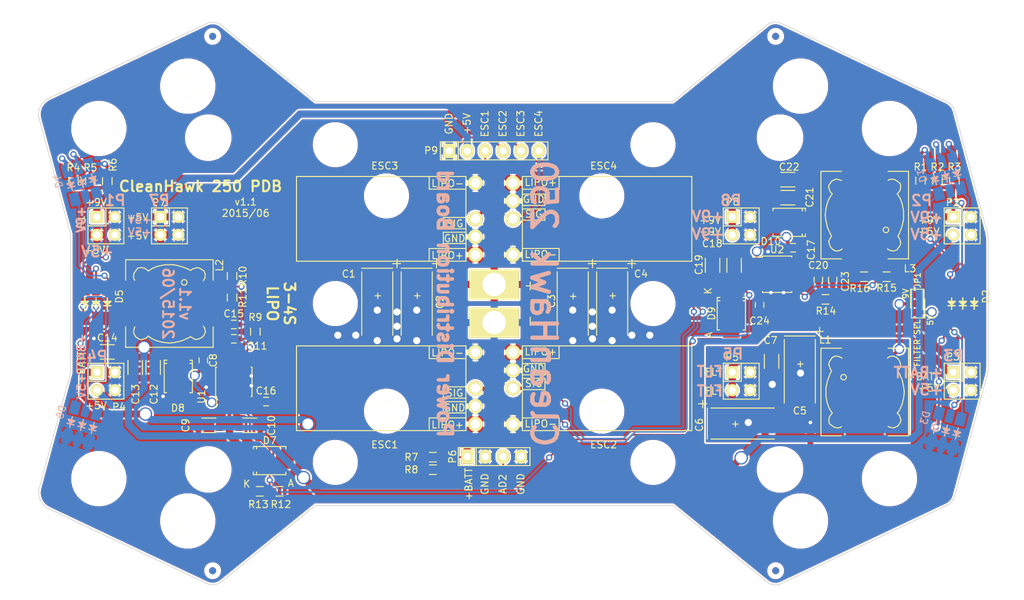
<source format=kicad_pcb>
(kicad_pcb (version 20171130) (host pcbnew "(5.1.12)-1")
  (title_block (title "CleanHawk 250 Power Distribution Board") (date "Thu 04 Jun 2015") (rev v1.1) (company "Kyle Manna"))
  (layers (0 F.Cu signal) (31 B.Cu signal) (34 B.Paste user hide) (35 F.Paste user hide) (36 B.SilkS user hide) (37 F.SilkS user hide) (38 B.Mask user hide) (39 F.Mask user hide) (44 Edge.Cuts user))
  (net 0 "")
  (net 1 ESC1)
  (net 2 ESC2)
  (net 3 ESC4)
  (net 4 ESC3)
  (net 5 GND)
  (net 6 "Net-(C8-Pad1)")
  (net 7 "Net-(C10-Pad1)")
  (net 8 +5V)
  (net 9 "Net-(C15-Pad1)")
  (net 10 "Net-(C16-Pad1)")
  (net 11 +BATT)
  (net 12 REG_EN)
  (net 13 "Net-(D5-Pad4)")
  (net 14 "Net-(D5-Pad5)")
  (net 15 "Net-(D5-Pad6)")
  (net 16 "Net-(C17-Pad1)")
  (net 17 "Net-(JP1-Pad2)")
  (net 18 GNDA)
  (net 19 "Net-(C5-Pad1)")
  (net 20 "Net-(C8-Pad2)")
  (net 21 "Net-(C11-Pad1)")
  (net 22 "Net-(C17-Pad2)")
  (net 23 "Net-(C18-Pad1)")
  (net 24 "Net-(C20-Pad1)")
  (net 25 "Net-(C23-Pad1)")
  (net 26 "Net-(C24-Pad1)")
  (net 27 "Net-(D1-Pad4)")
  (net 28 "Net-(D1-Pad5)")
  (net 29 "Net-(D1-Pad6)")
  (net 30 "Net-(D1-Pad1)")
  (net 31 "Net-(D1-Pad2)")
  (net 32 "Net-(D1-Pad3)")
  (net 33 "Net-(D2-Pad4)")
  (net 34 "Net-(D2-Pad5)")
  (net 35 "Net-(D2-Pad6)")
  (net 36 "Net-(D4-Pad4)")
  (net 37 "Net-(D4-Pad5)")
  (net 38 "Net-(D4-Pad6)")
  (net 39 "Net-(D4-Pad1)")
  (net 40 "Net-(D4-Pad2)")
  (net 41 "Net-(D4-Pad3)")
  (net 42 "Net-(P6-Pad3)")
  (net 43 "Net-(R10-Pad2)")
  (net 44 "Net-(R15-Pad2)")
  (net 45 +9V)
  (module Diodes_SMD:Diode-SMB_Standard (layer F.Cu) (at 95.25 100.33 270)
    (fp_text reference D8 (at 4.47 0.05) (layer F.SilkS))
    (fp_text value B340LB hide)
    (pad 1 smd rect (at -2.14884 0 270) (size 2.49936 2.30124) (layers F.Cu F.Paste F.Mask) (net 20 "Net-(C8-Pad2)"))
    (pad 2 smd rect (at 2.14884 0 270) (size 2.49936 2.30124) (layers F.Cu F.Paste F.Mask) (net 5 GND))
  )
  (module Diodes_SMD:Diode-SMB_Standard (layer F.Cu) (at 181.8 78.5 180)
    (fp_text reference D10 (at 2.6 -2.7 180) (layer F.SilkS))
    (fp_text value B340LB hide)
    (pad 1 smd rect (at -2.14884 0 180) (size 2.49936 2.30124) (layers F.Cu F.Paste F.Mask) (net 22 "Net-(C17-Pad2)"))
    (pad 2 smd rect (at 2.14884 0 180) (size 2.49936 2.30124) (layers F.Cu F.Paste F.Mask) (net 5 GND))
  )
  (module backpack:Kiss_ESC_18A_v1.1 (layer F.Cu) (at 124 78)
    (fp_text reference ESC3 (at 0.5 -7.5) (layer F.SilkS))
    (fp_text value KISS_ESC_18A hide)
    (fp_text user GND (at 10.4 2.775) (layer F.SilkS))
    (fp_text user SIG (at 10.4 0.675) (layer F.SilkS))
    (fp_text user ~ (at 14.2 0.8) (layer F.SilkS))
    (fp_text user LIPO+ (at 9.4 5.175) (layer F.SilkS))
    (fp_text user LIPO- (at 9.4 -5.025) (layer F.SilkS))
    (pad 1 thru_hole circle (at 13.335 5.08) (size 2.1 2.1) (drill 1.35) (layers *.Cu *.Mask F.SilkS) (net 11 +BATT))
    (pad 3 thru_hole circle (at 13.335 2.54) (size 2.1 2.1) (drill 1.35) (layers *.Cu *.Mask F.SilkS) (net 5 GND))
    (pad 2 thru_hole circle (at 13.335 0) (size 2.1 2.1) (drill 1.35) (layers *.Cu *.Mask F.SilkS) (net 4 ESC3))
    (pad 4 thru_hole circle (at 13.335 -5.08) (size 2.1 2.1) (drill 1.35) (layers *.Cu *.Mask F.SilkS) (net 5 GND))
  )
  (module backpack:Kiss_ESC_18A_v1.1 (layer F.Cu) (at 156 78 180)
    (fp_text reference ESC4 (at 0.5 7.5 180) (layer F.SilkS))
    (fp_text value KISS_ESC_18A hide)
    (fp_text user GND (at 10.4 2.775 180) (layer F.SilkS))
    (fp_text user SIG (at 10.4 0.675 180) (layer F.SilkS))
    (fp_text user ~ (at 14.2 0.8 180) (layer F.SilkS))
    (fp_text user LIPO+ (at 9.4 5.175 180) (layer F.SilkS))
    (fp_text user LIPO- (at 9.4 -5.025 180) (layer F.SilkS))
    (pad 1 thru_hole circle (at 13.335 5.08 180) (size 2.1 2.1) (drill 1.35) (layers *.Cu *.Mask F.SilkS) (net 11 +BATT))
    (pad 3 thru_hole circle (at 13.335 2.54 180) (size 2.1 2.1) (drill 1.35) (layers *.Cu *.Mask F.SilkS) (net 5 GND))
    (pad 2 thru_hole circle (at 13.335 0 180) (size 2.1 2.1) (drill 1.35) (layers *.Cu *.Mask F.SilkS) (net 3 ESC4))
    (pad 4 thru_hole circle (at 13.335 -5.08 180) (size 2.1 2.1) (drill 1.35) (layers *.Cu *.Mask F.SilkS) (net 5 GND))
  )
  (module backpack:Kiss_ESC_18A_v1.1 (layer F.Cu) (at 156 102 180)
    (fp_text reference ESC2 (at 0.5 -8 180) (layer F.SilkS))
    (fp_text value KISS_ESC_18A hide)
    (fp_text user GND (at 10.4 2.775 180) (layer F.SilkS))
    (fp_text user SIG (at 10.4 0.675 180) (layer F.SilkS))
    (fp_text user ~ (at 14.2 0.8 180) (layer F.SilkS))
    (fp_text user LIPO+ (at 9.4 5.175 180) (layer F.SilkS))
    (fp_text user LIPO- (at 9.4 -5.025 180) (layer F.SilkS))
    (pad 1 thru_hole circle (at 13.335 5.08 180) (size 2.1 2.1) (drill 1.35) (layers *.Cu *.Mask F.SilkS) (net 11 +BATT))
    (pad 3 thru_hole circle (at 13.335 2.54 180) (size 2.1 2.1) (drill 1.35) (layers *.Cu *.Mask F.SilkS) (net 5 GND))
    (pad 2 thru_hole circle (at 13.335 0 180) (size 2.1 2.1) (drill 1.35) (layers *.Cu *.Mask F.SilkS) (net 2 ESC2))
    (pad 4 thru_hole circle (at 13.335 -5.08 180) (size 2.1 2.1) (drill 1.35) (layers *.Cu *.Mask F.SilkS) (net 5 GND))
  )
  (module backpack:Kiss_ESC_18A_v1.1 (layer F.Cu) (at 124 102)
    (fp_text reference ESC1 (at 0.5 8) (layer F.SilkS))
    (fp_text value KISS_ESC_18A hide)
    (fp_text user GND (at 10.4 2.775) (layer F.SilkS))
    (fp_text user SIG (at 10.4 0.675) (layer F.SilkS))
    (fp_text user ~ (at 14.2 0.8) (layer F.SilkS))
    (fp_text user LIPO+ (at 9.4 5.175) (layer F.SilkS))
    (fp_text user LIPO- (at 9.4 -5.025) (layer F.SilkS))
    (pad 1 thru_hole circle (at 13.335 5.08) (size 2.1 2.1) (drill 1.35) (layers *.Cu *.Mask F.SilkS) (net 11 +BATT))
    (pad 3 thru_hole circle (at 13.335 2.54) (size 2.1 2.1) (drill 1.35) (layers *.Cu *.Mask F.SilkS) (net 5 GND))
    (pad 2 thru_hole circle (at 13.335 0) (size 2.1 2.1) (drill 1.35) (layers *.Cu *.Mask F.SilkS) (net 1 ESC1))
    (pad 4 thru_hole circle (at 13.335 -5.08) (size 2.1 2.1) (drill 1.35) (layers *.Cu *.Mask F.SilkS) (net 5 GND))
  )
  (module Capacitors_SMD:C_1206 (layer F.Cu) (at 179.3 98.2 270)
    (fp_text reference C7 (at -2.988 0.146) (layer F.SilkS))
    (fp_text value 10uF/35V hide)
    (pad 1 smd rect (at -1.5 0 270) (size 1 1.6) (layers F.Cu F.Paste F.Mask) (net 19 "Net-(C5-Pad1)"))
    (pad 2 smd rect (at 1.5 0 270) (size 1 1.6) (layers F.Cu F.Paste F.Mask) (net 18 GNDA))
  )
  (module Pin_Headers:Pin_Header_Straight_2x02 (layer F.Cu) (at 85 101 270)
    (fp_text reference P4 (at 3.648 -1.868 180) (layer F.SilkS))
    (fp_text value CONN_02X02 hide)
    (pad 1 thru_hole rect (at -1.27 1.27 270) (size 1.7272 1.7272) (drill 1.016) (layers *.Cu *.Mask F.SilkS) (net 11 +BATT))
    (pad 2 thru_hole oval (at -1.27 -1.27 270) (size 1.7272 1.7272) (drill 1.016) (layers *.Cu *.Mask F.SilkS) (net 5 GND))
    (pad 3 thru_hole oval (at 1.27 1.27 270) (size 1.7272 1.7272) (drill 1.016) (layers *.Cu *.Mask F.SilkS) (net 8 +5V))
    (pad 4 thru_hole oval (at 1.27 -1.27 270) (size 1.7272 1.7272) (drill 1.016) (layers *.Cu *.Mask F.SilkS) (net 5 GND))
  )
  (module Pin_Headers:Pin_Header_Straight_2x02 (layer F.Cu) (at 206.3 79 270)
    (fp_text reference P2 (at -3.308 1.322) (layer F.SilkS))
    (fp_text value CONN_02X02 hide)
    (pad 1 thru_hole rect (at -1.27 1.27 270) (size 1.7272 1.7272) (drill 1.016) (layers *.Cu *.Mask F.SilkS) (net 45 +9V))
    (pad 2 thru_hole oval (at -1.27 -1.27 270) (size 1.7272 1.7272) (drill 1.016) (layers *.Cu *.Mask F.SilkS) (net 5 GND))
    (pad 3 thru_hole oval (at 1.27 1.27 270) (size 1.7272 1.7272) (drill 1.016) (layers *.Cu *.Mask F.SilkS) (net 8 +5V))
    (pad 4 thru_hole oval (at 1.27 -1.27 270) (size 1.7272 1.7272) (drill 1.016) (layers *.Cu *.Mask F.SilkS) (net 5 GND))
  )
  (module Pin_Headers:Pin_Header_Straight_2x02 (layer F.Cu) (at 206.3 101 270)
    (fp_text reference P3 (at -3.464 1.322) (layer F.SilkS))
    (fp_text value CONN_02X02 hide)
    (pad 1 thru_hole rect (at -1.27 1.27 270) (size 1.7272 1.7272) (drill 1.016) (layers *.Cu *.Mask F.SilkS) (net 11 +BATT))
    (pad 2 thru_hole oval (at -1.27 -1.27 270) (size 1.7272 1.7272) (drill 1.016) (layers *.Cu *.Mask F.SilkS) (net 5 GND))
    (pad 3 thru_hole oval (at 1.27 1.27 270) (size 1.7272 1.7272) (drill 1.016) (layers *.Cu *.Mask F.SilkS) (net 8 +5V))
    (pad 4 thru_hole oval (at 1.27 -1.27 270) (size 1.7272 1.7272) (drill 1.016) (layers *.Cu *.Mask F.SilkS) (net 5 GND))
  )
  (module Pin_Headers:Pin_Header_Straight_2x02 (layer F.Cu) (at 85 79 270)
    (fp_text reference P1 (at -0.55 3.5 270) (layer F.SilkS))
    (fp_text value CONN_02X02 hide)
    (pad 1 thru_hole rect (at -1.27 1.27 270) (size 1.7272 1.7272) (drill 1.016) (layers *.Cu *.Mask F.SilkS) (net 45 +9V))
    (pad 2 thru_hole oval (at -1.27 -1.27 270) (size 1.7272 1.7272) (drill 1.016) (layers *.Cu *.Mask F.SilkS) (net 5 GND))
    (pad 3 thru_hole oval (at 1.27 1.27 270) (size 1.7272 1.7272) (drill 1.016) (layers *.Cu *.Mask F.SilkS) (net 8 +5V))
    (pad 4 thru_hole oval (at 1.27 -1.27 270) (size 1.7272 1.7272) (drill 1.016) (layers *.Cu *.Mask F.SilkS) (net 5 GND))
  )
  (module Capacitors_Tantalum_SMD:TantalC_SizeD_EIA-7343_Reflow (layer F.Cu) (at 175.2 107)
    (fp_text reference C6 (at -6.14 0.188 90) (layer F.SilkS))
    (fp_text value 100uF/16V hide)
    (fp_text user + (at -1.016 0) (layer F.SilkS))
    (pad 2 smd rect (at 3.175 0) (size 2.55016 2.70002) (layers F.Cu F.Paste F.Mask) (net 18 GNDA))
    (pad 1 smd rect (at -3.175 0) (size 2.55016 2.70002) (layers F.Cu F.Paste F.Mask) (net 19 "Net-(C5-Pad1)"))
  )
  (module Capacitors_Tantalum_SMD:TantalC_SizeD_EIA-7343_Reflow (layer F.Cu) (at 183.3 99.6 270)
    (fp_text reference C5 (at 5.588 0) (layer F.SilkS))
    (fp_text value 100uF/16V hide)
    (fp_text user + (at -1.016 0 270) (layer F.SilkS))
    (pad 2 smd rect (at 3.175 0 270) (size 2.55016 2.70002) (layers F.Cu F.Paste F.Mask) (net 18 GNDA))
    (pad 1 smd rect (at -3.175 0 270) (size 2.55016 2.70002) (layers F.Cu F.Paste F.Mask) (net 19 "Net-(C5-Pad1)"))
  )
  (module Resistors_SMD:R_0603 (layer F.Cu) (at 131.318 113.538 180)
    (fp_text reference R8 (at 3.048 0 180) (layer F.SilkS))
    (fp_text value 2.32k/1% hide)
    (pad 1 smd rect (at -0.75 0 180) (size 0.5 0.9) (layers F.Cu F.Paste F.Mask) (net 42 "Net-(P6-Pad3)"))
    (pad 2 smd rect (at 0.75 0 180) (size 0.5 0.9) (layers F.Cu F.Paste F.Mask) (net 5 GND))
  )
  (module Resistors_SMD:R_0603 (layer F.Cu) (at 131.318 111.76)
    (fp_text reference R7 (at -3.048 0) (layer F.SilkS))
    (fp_text value 10k/1% hide)
    (pad 1 smd rect (at -0.75 0) (size 0.5 0.9) (layers F.Cu F.Paste F.Mask) (net 42 "Net-(P6-Pad3)"))
    (pad 2 smd rect (at 0.75 0) (size 0.5 0.9) (layers F.Cu F.Paste F.Mask) (net 11 +BATT))
  )
  (module Capacitors_Tantalum_SMD:TantalC_SizeD_EIA-7343_Reflow (layer F.Cu) (at 156.718 90 270)
    (fp_text reference C4 (at -4.2 -4.082) (layer F.SilkS))
    (fp_text value 33uF/25V/np hide)
    (fp_text user + (at -1.1 0 270) (layer F.SilkS))
    (pad 2 smd rect (at 3.175 0 270) (size 2.55016 2.70002) (layers F.Cu F.Paste F.Mask) (net 5 GND))
    (pad 1 smd rect (at -3.175 0 270) (size 2.55016 2.70002) (layers F.Cu F.Paste F.Mask) (net 11 +BATT))
  )
  (module Capacitors_Tantalum_SMD:TantalC_SizeD_EIA-7343_Reflow (layer F.Cu) (at 129.032 90 270)
    (fp_text reference C2 (at -0.20066 -3.29946 270) (layer F.SilkS))
    (fp_text value 33uF/25V/np hide)
    (fp_text user + (at -1.1 0 270) (layer F.SilkS))
    (pad 2 smd rect (at 3.175 0 270) (size 2.55016 2.70002) (layers F.Cu F.Paste F.Mask) (net 5 GND))
    (pad 1 smd rect (at -3.175 0 270) (size 2.55016 2.70002) (layers F.Cu F.Paste F.Mask) (net 11 +BATT))
  )
  (module Capacitors_Tantalum_SMD:TantalC_SizeD_EIA-7343_Reflow (layer F.Cu) (at 123.444 90 270)
    (fp_text reference C1 (at -4.2 4.044) (layer F.SilkS))
    (fp_text value 33uF/25V/np hide)
    (fp_text user + (at -1.1 0 270) (layer F.SilkS))
    (pad 2 smd rect (at 3.175 0 270) (size 2.55016 2.70002) (layers F.Cu F.Paste F.Mask) (net 5 GND))
    (pad 1 smd rect (at -3.175 0 270) (size 2.55016 2.70002) (layers F.Cu F.Paste F.Mask) (net 11 +BATT))
  )
  (module Capacitors_Tantalum_SMD:TantalC_SizeD_EIA-7343_Reflow (layer F.Cu) (at 151.13 90 270)
    (fp_text reference C3 (at -0.338 3.004 270) (layer F.SilkS))
    (fp_text value 33uF/25V/np hide)
    (fp_text user + (at -1.016 0 270) (layer F.SilkS))
    (pad 2 smd rect (at 3.175 0 270) (size 2.55016 2.70002) (layers F.Cu F.Paste F.Mask) (net 5 GND))
    (pad 1 smd rect (at -3.175 0 270) (size 2.55016 2.70002) (layers F.Cu F.Paste F.Mask) (net 11 +BATT))
  )
  (module Pin_Headers:Pin_Header_Straight_2x02 (layer F.Cu) (at 175 101 270)
    (fp_text reference P5 (at -3.4 1.3 180) (layer F.SilkS))
    (fp_text value CONN_02X02 hide)
    (pad 1 thru_hole rect (at -1.27 1.27 270) (size 1.7272 1.7272) (drill 1.016) (layers *.Cu *.Mask F.SilkS) (net 19 "Net-(C5-Pad1)"))
    (pad 2 thru_hole oval (at -1.27 -1.27 270) (size 1.7272 1.7272) (drill 1.016) (layers *.Cu *.Mask F.SilkS) (net 18 GNDA))
    (pad 3 thru_hole oval (at 1.27 1.27 270) (size 1.7272 1.7272) (drill 1.016) (layers *.Cu *.Mask F.SilkS) (net 19 "Net-(C5-Pad1)"))
    (pad 4 thru_hole oval (at 1.27 -1.27 270) (size 1.7272 1.7272) (drill 1.016) (layers *.Cu *.Mask F.SilkS) (net 18 GNDA))
  )
  (module Pin_Headers:Pin_Header_Straight_2x02 (layer F.Cu) (at 175 79 270)
    (fp_text reference P8 (at -3.4 1.25 180) (layer F.SilkS))
    (fp_text value CONN_02X02 hide)
    (pad 1 thru_hole rect (at -1.27 1.27 270) (size 1.7272 1.7272) (drill 1.016) (layers *.Cu *.Mask F.SilkS) (net 45 +9V))
    (pad 2 thru_hole oval (at -1.27 -1.27 270) (size 1.7272 1.7272) (drill 1.016) (layers *.Cu *.Mask F.SilkS) (net 5 GND))
    (pad 3 thru_hole oval (at 1.27 1.27 270) (size 1.7272 1.7272) (drill 1.016) (layers *.Cu *.Mask F.SilkS) (net 45 +9V))
    (pad 4 thru_hole oval (at 1.27 -1.27 270) (size 1.7272 1.7272) (drill 1.016) (layers *.Cu *.Mask F.SilkS) (net 5 GND))
  )
  (module Pin_Headers:Pin_Header_Straight_2x02 (layer F.Cu) (at 94 79 270)
    (fp_text reference P7 (at -3.308 1.48) (layer F.SilkS))
    (fp_text value CONN_02X02 hide)
    (pad 1 thru_hole rect (at -1.27 1.27 270) (size 1.7272 1.7272) (drill 1.016) (layers *.Cu *.Mask F.SilkS) (net 8 +5V))
    (pad 2 thru_hole oval (at -1.27 -1.27 270) (size 1.7272 1.7272) (drill 1.016) (layers *.Cu *.Mask F.SilkS) (net 5 GND))
    (pad 3 thru_hole oval (at 1.27 1.27 270) (size 1.7272 1.7272) (drill 1.016) (layers *.Cu *.Mask F.SilkS) (net 8 +5V))
    (pad 4 thru_hole oval (at 1.27 -1.27 270) (size 1.7272 1.7272) (drill 1.016) (layers *.Cu *.Mask F.SilkS) (net 5 GND))
  )
  (module Pin_Headers:Pin_Header_Straight_1x04 (layer F.Cu) (at 140 111.68)
    (fp_text reference P6 (at -5.9 0 90) (layer F.SilkS))
    (fp_text value CONN_01X04 hide)
    (pad 1 thru_hole rect (at -3.81 0) (size 1.7272 2.032) (drill 1.016) (layers *.Cu *.Mask F.SilkS) (net 11 +BATT))
    (pad 2 thru_hole oval (at -1.27 0) (size 1.7272 2.032) (drill 1.016) (layers *.Cu *.Mask F.SilkS) (net 5 GND))
    (pad 3 thru_hole oval (at 1.27 0) (size 1.7272 2.032) (drill 1.016) (layers *.Cu *.Mask F.SilkS) (net 42 "Net-(P6-Pad3)"))
    (pad 4 thru_hole oval (at 3.81 0) (size 1.7272 2.032) (drill 1.016) (layers *.Cu *.Mask F.SilkS) (net 5 GND))
  )
  (module Pin_Headers:Pin_Header_Straight_1x06 (layer F.Cu) (at 140 68.372)
    (fp_text reference P9 (at -8.936 -0.046 180) (layer F.SilkS))
    (fp_text value CONN_01X06 hide)
    (pad 1 thru_hole rect (at -6.35 0) (size 1.7272 2.032) (drill 1.016) (layers *.Cu *.Mask F.SilkS) (net 5 GND))
    (pad 2 thru_hole oval (at -3.81 0) (size 1.7272 2.032) (drill 1.016) (layers *.Cu *.Mask F.SilkS) (net 8 +5V))
    (pad 3 thru_hole oval (at -1.27 0) (size 1.7272 2.032) (drill 1.016) (layers *.Cu *.Mask F.SilkS) (net 1 ESC1))
    (pad 4 thru_hole oval (at 1.27 0) (size 1.7272 2.032) (drill 1.016) (layers *.Cu *.Mask F.SilkS) (net 2 ESC2))
    (pad 5 thru_hole oval (at 3.81 0) (size 1.7272 2.032) (drill 1.016) (layers *.Cu *.Mask F.SilkS) (net 4 ESC3))
    (pad 6 thru_hole oval (at 6.35 0) (size 1.7272 2.032) (drill 1.016) (layers *.Cu *.Mask F.SilkS) (net 3 ESC4))
  )
  (module Capacitors_SMD:C_0603 (layer F.Cu) (at 182.35 82.1)
    (fp_text reference C17 (at 2.55 0.3 90) (layer F.SilkS))
    (fp_text value 100nF hide)
    (pad 1 smd rect (at -0.75 0) (size 0.8 0.75) (layers F.Cu F.Paste F.Mask) (net 16 "Net-(C17-Pad1)"))
    (pad 2 smd rect (at 0.75 0) (size 0.8 0.75) (layers F.Cu F.Paste F.Mask) (net 22 "Net-(C17-Pad2)"))
  )
  (module Capacitors_SMD:C_1206 (layer F.Cu) (at 173.99 84.582 90)
    (fp_text reference C18 (at 3.082 -3.09) (layer F.SilkS))
    (fp_text value 10uF/35V hide)
    (pad 1 smd rect (at -1.5 0 90) (size 1 1.6) (layers F.Cu F.Paste F.Mask) (net 23 "Net-(C18-Pad1)"))
    (pad 2 smd rect (at 1.5 0 90) (size 1 1.6) (layers F.Cu F.Paste F.Mask) (net 5 GND))
  )
  (module Capacitors_SMD:C_1206 (layer F.Cu) (at 170.942 84.582 90)
    (fp_text reference C19 (at 0.082 -1.942 90) (layer F.SilkS))
    (fp_text value 10uF/35V hide)
    (pad 1 smd rect (at -1.5 0 90) (size 1 1.6) (layers F.Cu F.Paste F.Mask) (net 23 "Net-(C18-Pad1)"))
    (pad 2 smd rect (at 1.5 0 90) (size 1 1.6) (layers F.Cu F.Paste F.Mask) (net 5 GND))
  )
  (module Capacitors_SMD:C_0603 (layer F.Cu) (at 185.928 86.614 90)
    (fp_text reference C20 (at 2.032 0) (layer F.SilkS))
    (fp_text value 18pF hide)
    (pad 1 smd rect (at -0.75 0 90) (size 0.8 0.75) (layers F.Cu F.Paste F.Mask) (net 24 "Net-(C20-Pad1)"))
    (pad 2 smd rect (at 0.75 0 90) (size 0.8 0.75) (layers F.Cu F.Paste F.Mask) (net 5 GND))
  )
  (module Capacitors_SMD:C_0603 (layer F.Cu) (at 187.96 86.614 90)
    (fp_text reference C23 (at -0.254 1.778 90) (layer F.SilkS))
    (fp_text value 680pF hide)
    (pad 1 smd rect (at -0.75 0 90) (size 0.8 0.75) (layers F.Cu F.Paste F.Mask) (net 25 "Net-(C23-Pad1)"))
    (pad 2 smd rect (at 0.75 0 90) (size 0.8 0.75) (layers F.Cu F.Paste F.Mask) (net 5 GND))
  )
  (module Capacitors_SMD:C_0603 (layer F.Cu) (at 177.6 90.2 270)
    (fp_text reference C24 (at 2.25 0) (layer F.SilkS))
    (fp_text value 8.2nF hide)
    (pad 1 smd rect (at -0.75 0 270) (size 0.8 0.75) (layers F.Cu F.Paste F.Mask) (net 26 "Net-(C24-Pad1)"))
    (pad 2 smd rect (at 0.75 0 270) (size 0.8 0.75) (layers F.Cu F.Paste F.Mask) (net 5 GND))
  )
  (module Capacitors_SMD:C_0603 (layer F.Cu) (at 98.806 98.044 90)
    (fp_text reference C8 (at -0.006 1.394 270) (layer F.SilkS))
    (fp_text value 100nF hide)
    (pad 1 smd rect (at -0.75 0 90) (size 0.8 0.75) (layers F.Cu F.Paste F.Mask) (net 6 "Net-(C8-Pad1)"))
    (pad 2 smd rect (at 0.75 0 90) (size 0.8 0.75) (layers F.Cu F.Paste F.Mask) (net 20 "Net-(C8-Pad2)"))
  )
  (module Capacitors_SMD:C_1206 (layer F.Cu) (at 99.6 107.25 180)
    (fp_text reference C9 (at 3.302 0 270) (layer F.SilkS))
    (fp_text value 10uF/35V hide)
    (pad 1 smd rect (at -1.5 0 180) (size 1 1.6) (layers F.Cu F.Paste F.Mask) (net 7 "Net-(C10-Pad1)"))
    (pad 2 smd rect (at 1.5 0 180) (size 1 1.6) (layers F.Cu F.Paste F.Mask) (net 5 GND))
  )
  (module Capacitors_SMD:C_1206 (layer F.Cu) (at 105.4 107.25)
    (fp_text reference C10 (at 3.048 0 90) (layer F.SilkS))
    (fp_text value 10uF/35V hide)
    (pad 1 smd rect (at -1.5 0) (size 1 1.6) (layers F.Cu F.Paste F.Mask) (net 7 "Net-(C10-Pad1)"))
    (pad 2 smd rect (at 1.5 0) (size 1 1.6) (layers F.Cu F.Paste F.Mask) (net 5 GND))
  )
  (module Capacitors_SMD:C_0603 (layer F.Cu) (at 103.124 94.996 180)
    (fp_text reference C11 (at -3.302 -1.016 180) (layer F.SilkS))
    (fp_text value 18pF hide)
    (pad 1 smd rect (at -0.75 0 180) (size 0.8 0.75) (layers F.Cu F.Paste F.Mask) (net 21 "Net-(C11-Pad1)"))
    (pad 2 smd rect (at 0.75 0 180) (size 0.8 0.75) (layers F.Cu F.Paste F.Mask) (net 5 GND))
  )
  (module Capacitors_SMD:C_0603 (layer F.Cu) (at 103.124 92.964 180)
    (fp_text reference C15 (at 0 1.524) (layer F.SilkS))
    (fp_text value 680pF hide)
    (pad 1 smd rect (at -0.75 0 180) (size 0.8 0.75) (layers F.Cu F.Paste F.Mask) (net 9 "Net-(C15-Pad1)"))
    (pad 2 smd rect (at 0.75 0 180) (size 0.8 0.75) (layers F.Cu F.Paste F.Mask) (net 5 GND))
  )
  (module Capacitors_SMD:C_0603 (layer F.Cu) (at 107.696 103.886)
    (fp_text reference C16 (at 0 -1.524) (layer F.SilkS))
    (fp_text value 8.2nF hide)
    (pad 1 smd rect (at -0.75 0) (size 0.8 0.75) (layers F.Cu F.Paste F.Mask) (net 10 "Net-(C16-Pad1)"))
    (pad 2 smd rect (at 0.75 0) (size 0.8 0.75) (layers F.Cu F.Paste F.Mask) (net 5 GND))
  )
  (module Resistors_SMD:R_0603 (layer F.Cu) (at 186.944 89.408)
    (fp_text reference R14 (at 0.056 1.642) (layer F.SilkS))
    (fp_text value 78.7k hide)
    (pad 1 smd rect (at -0.75 0) (size 0.5 0.9) (layers F.Cu F.Paste F.Mask) (net 24 "Net-(C20-Pad1)"))
    (pad 2 smd rect (at 0.75 0) (size 0.5 0.9) (layers F.Cu F.Paste F.Mask) (net 25 "Net-(C23-Pad1)"))
  )
  (module Resistors_SMD:R_0603 (layer F.Cu) (at 195.6 86.2 180)
    (fp_text reference R15 (at 0 -1.6) (layer F.SilkS))
    (fp_text value 10k/1% hide)
    (pad 1 smd rect (at -0.75 0 180) (size 0.5 0.9) (layers F.Cu F.Paste F.Mask) (net 45 +9V))
    (pad 2 smd rect (at 0.75 0 180) (size 0.5 0.9) (layers F.Cu F.Paste F.Mask) (net 44 "Net-(R15-Pad2)"))
  )
  (module Resistors_SMD:R_0603 (layer F.Cu) (at 192.4 86.2 180)
    (fp_text reference R16 (at 0.6 -1.65 180) (layer F.SilkS))
    (fp_text value 976/1% hide)
    (pad 1 smd rect (at -0.75 0 180) (size 0.5 0.9) (layers F.Cu F.Paste F.Mask) (net 44 "Net-(R15-Pad2)"))
    (pad 2 smd rect (at 0.75 0 180) (size 0.5 0.9) (layers F.Cu F.Paste F.Mask) (net 5 GND))
  )
  (module Resistors_SMD:R_0603 (layer F.Cu) (at 109.6 116.6 180)
    (fp_text reference R12 (at -0.2 -1.85 180) (layer F.SilkS))
    (fp_text value 169k/np hide)
    (pad 1 smd rect (at -0.75 0 180) (size 0.5 0.9) (layers F.Cu F.Paste F.Mask) (net 11 +BATT))
    (pad 2 smd rect (at 0.75 0 180) (size 0.5 0.9) (layers F.Cu F.Paste F.Mask) (net 12 REG_EN))
  )
  (module Resistors_SMD:R_0603 (layer F.Cu) (at 106.8 116.6 180)
    (fp_text reference R13 (at 0.2 -1.85 180) (layer F.SilkS))
    (fp_text value 28k/np hide)
    (pad 1 smd rect (at -0.75 0 180) (size 0.5 0.9) (layers F.Cu F.Paste F.Mask) (net 12 REG_EN))
    (pad 2 smd rect (at 0.75 0 180) (size 0.5 0.9) (layers F.Cu F.Paste F.Mask) (net 5 GND))
  )
  (module Resistors_SMD:R_0603 (layer F.Cu) (at 106.172 93.98 90)
    (fp_text reference R9 (at 2.032 0 180) (layer F.SilkS))
    (fp_text value 78.7k hide)
    (pad 1 smd rect (at -0.75 0 90) (size 0.5 0.9) (layers F.Cu F.Paste F.Mask) (net 21 "Net-(C11-Pad1)"))
    (pad 2 smd rect (at 0.75 0 90) (size 0.5 0.9) (layers F.Cu F.Paste F.Mask) (net 9 "Net-(C15-Pad1)"))
  )
  (module Resistors_SMD:R_0603 (layer F.Cu) (at 102.87 86.106 270)
    (fp_text reference R10 (at 0 -1.524 90) (layer F.SilkS))
    (fp_text value 10k/1% hide)
    (pad 1 smd rect (at -0.75 0 270) (size 0.5 0.9) (layers F.Cu F.Paste F.Mask) (net 8 +5V))
    (pad 2 smd rect (at 0.75 0 270) (size 0.5 0.9) (layers F.Cu F.Paste F.Mask) (net 43 "Net-(R10-Pad2)"))
  )
  (module Resistors_SMD:R_0603 (layer F.Cu) (at 102.87 89.154 270)
    (fp_text reference R11 (at 0 -1.524 270) (layer F.SilkS))
    (fp_text value 1.91k/1% hide)
    (pad 1 smd rect (at -0.75 0 270) (size 0.5 0.9) (layers F.Cu F.Paste F.Mask) (net 43 "Net-(R10-Pad2)"))
    (pad 2 smd rect (at 0.75 0 270) (size 0.5 0.9) (layers F.Cu F.Paste F.Mask) (net 5 GND))
  )
  (module Choke_SMD:Choke_SMD_12x12mm_h6mm (layer F.Cu) (at 192.5 77.47 90)
    (fp_text reference L3 (at -7.58 6.4 180) (layer F.SilkS))
    (fp_text value 8.2uH hide)
    (pad 1 smd rect (at -4.95046 0 90) (size 2.90068 5.40004) (layers F.Cu F.Paste F.Mask) (net 22 "Net-(C17-Pad2)"))
    (pad 2 smd rect (at 4.95046 0 90) (size 2.90068 5.40004) (layers F.Cu F.Paste F.Mask) (net 45 +9V))
  )
  (module Choke_SMD:Choke_SMD_12x12mm_h6mm (layer F.Cu) (at 94 90 180)
    (fp_text reference L2 (at -7.092 5.418 270) (layer F.SilkS))
    (fp_text value 8.2uH hide)
    (pad 1 smd rect (at -4.95046 0 180) (size 2.90068 5.40004) (layers F.Cu F.Paste F.Mask) (net 20 "Net-(C8-Pad2)"))
    (pad 2 smd rect (at 4.95046 0 180) (size 2.90068 5.40004) (layers F.Cu F.Paste F.Mask) (net 8 +5V))
  )
  (module ab2_jumper:AB2_SJMP_03-1 (layer F.Cu) (at 200 90 270)
    (fp_text reference JP1 (at -3.302 0 270) (layer F.SilkS) (effects (font (size 0.8128 0.8128))))
    (fp_text value "FILTER SEL" (at 5.6 0.06 270) (layer F.SilkS) (effects (font (size 0.8128 0.8128))))
    (fp_text user 5V (at 2.3656 -1.7784 270) (layer F.SilkS) (effects (font (size 0.8128 0.8128))))
    (fp_text user 9V (at -1.4 1.7 270) (layer F.SilkS) (effects (font (size 0.8128 0.8128))))
    (pad 2 smd rect (at 0 0 90) (size 1.016 1.27) (layers F.Cu F.Paste F.Mask) (net 17 "Net-(JP1-Pad2)"))
    (pad 3 smd rect (at 1.27 0 90) (size 1.016 1.27) (layers F.Cu F.Paste F.Mask) (net 8 +5V))
    (pad 1 smd rect (at -1.27 0 90) (size 1.016 1.27) (layers F.Cu F.Paste F.Mask) (net 45 +9V))
  )
  (module backpack:NetTie-I_Connected_SMD (layer F.Cu) (at 184.7985 109.8 90)
    (fp_text reference JP2 hide)
    (fp_text value JUMPER hide)
    (fp_line (start 0.4 0) (end -0.4 0) (layer F.Cu) (width 0.8))
    (pad 1 smd rect (at -1 0 90) (size 1 1.1) (layers F.Cu) (net 5 GND))
    (pad 2 smd rect (at 1 0 90) (size 1 1.1) (layers F.Cu) (net 18 GNDA))
  )
  (module backpack:FIDUCIAL_1MM (layer B.Cu) (at 179.88 52.15)
    (fp_text reference F4 hide)
    (fp_text value SPECIAL hide)
    (pad 1 smd circle (at 0 0) (size 1 1) (layers B.Cu B.Mask) (clearance 0.7))
  )
  (module backpack:FIDUCIAL_1MM (layer F.Cu) (at 179.88 52.15)
    (fp_text reference F3 hide)
    (fp_text value SPECIAL hide)
    (pad 1 smd circle (at 0 0) (size 1 1) (layers F.Cu F.Mask) (clearance 0.7))
  )
  (module backpack:FIDUCIAL_1MM (layer B.Cu) (at 100.12 127.85)
    (fp_text reference F2 hide)
    (fp_text value SPECIAL hide)
    (pad 1 smd circle (at 0 0) (size 1 1) (layers B.Cu B.Mask) (clearance 0.7))
  )
  (module backpack:FIDUCIAL_1MM (layer F.Cu) (at 100.12 127.85)
    (fp_text reference F1 hide)
    (fp_text value SPECIAL hide)
    (pad 1 smd circle (at 0 0) (size 1 1) (layers F.Cu F.Mask) (clearance 0.7))
  )
  (module Capacitors_SMD:C_1206 (layer F.Cu) (at 91.694 99.06 270)
    (fp_text reference C12 (at 3.79 -0.106 270) (layer F.SilkS))
    (fp_text value 22uF/10V hide)
    (pad 1 smd rect (at -1.5 0 270) (size 1 1.6) (layers F.Cu F.Paste F.Mask) (net 8 +5V))
    (pad 2 smd rect (at 1.5 0 270) (size 1 1.6) (layers F.Cu F.Paste F.Mask) (net 5 GND))
  )
  (module Capacitors_SMD:C_1206 (layer F.Cu) (at 89.154 99.06 270)
    (fp_text reference C13 (at 3.79 -0.046 90) (layer F.SilkS))
    (fp_text value 22uF/10V hide)
    (pad 1 smd rect (at -1.5 0 270) (size 1 1.6) (layers F.Cu F.Paste F.Mask) (net 8 +5V))
    (pad 2 smd rect (at 1.5 0 270) (size 1 1.6) (layers F.Cu F.Paste F.Mask) (net 5 GND))
  )
  (module Capacitors_SMD:C_1206 (layer F.Cu) (at 85.2 96.85 180)
    (fp_text reference C14 (at 0 2 180) (layer F.SilkS))
    (fp_text value 22uF/10V hide)
    (pad 1 smd rect (at -1.5 0 180) (size 1 1.6) (layers F.Cu F.Paste F.Mask) (net 8 +5V))
    (pad 2 smd rect (at 1.5 0 180) (size 1 1.6) (layers F.Cu F.Paste F.Mask) (net 5 GND))
  )
  (module Capacitors_SMD:C_1206 (layer F.Cu) (at 181.6 75 180)
    (fp_text reference C21 (at -3.1 0.05 270) (layer F.SilkS))
    (fp_text value 22uF/16V hide)
    (pad 1 smd rect (at -1.5 0 180) (size 1 1.6) (layers F.Cu F.Paste F.Mask) (net 45 +9V))
    (pad 2 smd rect (at 1.5 0 180) (size 1 1.6) (layers F.Cu F.Paste F.Mask) (net 5 GND))
  )
  (module Capacitors_SMD:C_1206 (layer F.Cu) (at 181.6 72.45 180)
    (fp_text reference C22 (at -0.2 1.8 180) (layer F.SilkS))
    (fp_text value 22uF/16V hide)
    (pad 1 smd rect (at -1.5 0 180) (size 1 1.6) (layers F.Cu F.Paste F.Mask) (net 45 +9V))
    (pad 2 smd rect (at 1.5 0 180) (size 1 1.6) (layers F.Cu F.Paste F.Mask) (net 5 GND))
  )
  (module Choke_SMD:Choke_SMD_12x12mm_h6mm (layer F.Cu) (at 192.5 102.53 270)
    (fp_text reference L1 (at -7.38 5.6) (layer F.SilkS))
    (fp_text value 820uH hide)
    (pad 1 smd rect (at -4.95046 0 270) (size 2.90068 5.40004) (layers F.Cu F.Paste F.Mask) (net 17 "Net-(JP1-Pad2)"))
    (pad 2 smd rect (at 4.95046 0 270) (size 2.90068 5.40004) (layers F.Cu F.Paste F.Mask) (net 19 "Net-(C5-Pad1)"))
  )
  (module backpack:FIDUCIAL_1MM (layer F.Cu) (at 179.88 127.85)
    (fp_text reference F5 hide)
    (fp_text value SPECIAL hide)
    (pad 1 smd circle (at 0 0) (size 1 1) (layers F.Cu F.Mask) (clearance 0.7))
  )
  (module backpack:FIDUCIAL_1MM (layer B.Cu) (at 179.88 127.85)
    (fp_text reference F6 hide)
    (fp_text value SPECIAL hide)
    (pad 1 smd circle (at 0 0) (size 1 1) (layers B.Cu B.Mask) (clearance 0.7))
  )
  (module backpack:FIDUCIAL_1MM (layer F.Cu) (at 100.12 52.15)
    (fp_text reference F7 hide)
    (fp_text value SPECIAL hide)
    (pad 1 smd circle (at 0 0) (size 1 1) (layers F.Cu F.Mask) (clearance 0.7))
  )
  (module backpack:FIDUCIAL_1MM (layer B.Cu) (at 100.12 52.15)
    (fp_text reference F8 hide)
    (fp_text value SPECIAL hide)
    (pad 1 smd circle (at 0 0) (size 1 1) (layers B.Cu B.Mask) (clearance 0.7))
  )
  (module Resistors_SMD:R_0603 (layer F.Cu) (at 200.4 72.6 270)
    (fp_text reference R1 (at -1.95 0) (layer F.SilkS))
    (fp_text value 68 hide)
    (pad 1 smd rect (at -0.75 0 270) (size 0.5 0.9) (layers F.Cu F.Paste F.Mask) (net 30 "Net-(D1-Pad1)"))
    (pad 2 smd rect (at 0.75 0 270) (size 0.5 0.9) (layers F.Cu F.Paste F.Mask) (net 45 +9V))
  )
  (module Resistors_SMD:R_0603 (layer F.Cu) (at 202.8 72.6 270)
    (fp_text reference R2 (at -1.95 0) (layer F.SilkS))
    (fp_text value 120 hide)
    (pad 1 smd rect (at -0.75 0 270) (size 0.5 0.9) (layers F.Cu F.Paste F.Mask) (net 31 "Net-(D1-Pad2)"))
    (pad 2 smd rect (at 0.75 0 270) (size 0.5 0.9) (layers F.Cu F.Paste F.Mask) (net 45 +9V))
  )
  (module Resistors_SMD:R_0603 (layer F.Cu) (at 205.2 72.6 270)
    (fp_text reference R3 (at -1.95 0) (layer F.SilkS))
    (fp_text value 68 hide)
    (pad 1 smd rect (at -0.75 0 270) (size 0.5 0.9) (layers F.Cu F.Paste F.Mask) (net 32 "Net-(D1-Pad3)"))
    (pad 2 smd rect (at 0.75 0 270) (size 0.5 0.9) (layers F.Cu F.Paste F.Mask) (net 45 +9V))
  )
  (module Resistors_SMD:R_0603 (layer F.Cu) (at 80.4 72.65 270)
    (fp_text reference R4 (at -1.9 0) (layer F.SilkS))
    (fp_text value 68/np hide)
    (pad 1 smd rect (at -0.75 0 270) (size 0.5 0.9) (layers F.Cu F.Paste F.Mask) (net 39 "Net-(D4-Pad1)"))
    (pad 2 smd rect (at 0.75 0 270) (size 0.5 0.9) (layers F.Cu F.Paste F.Mask) (net 45 +9V))
  )
  (module Resistors_SMD:R_0603 (layer F.Cu) (at 82.8 72.65 270)
    (fp_text reference R5 (at -1.9 0) (layer F.SilkS))
    (fp_text value 120 hide)
    (pad 1 smd rect (at -0.75 0 270) (size 0.5 0.9) (layers F.Cu F.Paste F.Mask) (net 40 "Net-(D4-Pad2)"))
    (pad 2 smd rect (at 0.75 0 270) (size 0.5 0.9) (layers F.Cu F.Paste F.Mask) (net 45 +9V))
  )
  (module Resistors_SMD:R_0603 (layer F.Cu) (at 85.2 72.65 270)
    (fp_text reference R6 (at -2.3 -0.8 270) (layer F.SilkS))
    (fp_text value 68/np hide)
    (pad 1 smd rect (at -0.75 0 270) (size 0.5 0.9) (layers F.Cu F.Paste F.Mask) (net 41 "Net-(D4-Pad3)"))
    (pad 2 smd rect (at 0.75 0 270) (size 0.5 0.9) (layers F.Cu F.Paste F.Mask) (net 45 +9V))
  )
  (module backpack:Emax250_Bottom_Holes (layer F.Cu) (at 140 90)
    (fp_text reference FRAME1 hide)
    (fp_text value SPECIAL hide)
    (pad "" np_thru_hole circle (at -15.25 -15.25) (size 3.1 3.1) (drill 3.1) (layers *.Cu *.Mask F.SilkS) (clearance 1.65))
    (pad "" np_thru_hole circle (at -15.25 15.25) (size 3.1 3.1) (drill 3.1) (layers *.Cu *.Mask F.SilkS) (clearance 1.65))
    (pad "" np_thru_hole circle (at 15.25 15.25) (size 3.1 3.1) (drill 3.1) (layers *.Cu *.Mask F.SilkS) (clearance 1.65))
    (pad "" np_thru_hole circle (at -56 -24.8) (size 3.1 3.1) (drill 3.1) (layers *.Cu *.Mask F.SilkS) (clearance 2.375))
    (pad "" np_thru_hole circle (at -43.4 -30.8) (size 3.1 3.1) (drill 3.1) (layers *.Cu *.Mask F.SilkS) (clearance 2.375))
    (pad "" np_thru_hole circle (at 43.4 -30.8) (size 3.1 3.1) (drill 3.1) (layers *.Cu *.Mask F.SilkS) (clearance 2.375))
    (pad "" np_thru_hole circle (at 56 -24.8) (size 3.1 3.1) (drill 3.1) (layers *.Cu *.Mask F.SilkS) (clearance 2.375))
    (pad "" np_thru_hole circle (at 56 24.8) (size 3.1 3.1) (drill 3.1) (layers *.Cu *.Mask F.SilkS) (clearance 2.375))
    (pad "" np_thru_hole circle (at 43.4 30.8) (size 3.1 3.1) (drill 3.1) (layers *.Cu *.Mask F.SilkS) (clearance 2.375))
    (pad "" np_thru_hole circle (at -43.4 30.8) (size 3.1 3.1) (drill 3.1) (layers *.Cu *.Mask F.SilkS) (clearance 2.375))
    (pad "" np_thru_hole circle (at -56 24.8) (size 3.1 3.1) (drill 3.1) (layers *.Cu *.Mask F.SilkS) (clearance 2.375))
    (pad "" np_thru_hole circle (at 22.5 0) (size 3.1 3.1) (drill 3.1) (layers *.Cu *.Mask F.SilkS) (clearance 1.65))
    (pad "" np_thru_hole circle (at -22.5 0) (size 3.1 3.1) (drill 3.1) (layers *.Cu *.Mask F.SilkS) (clearance 1.65))
    (pad "" np_thru_hole circle (at -22.5 -22.5) (size 3.1 3.1) (drill 3.1) (layers *.Cu *.Mask F.SilkS) (clearance 1.65))
    (pad "" np_thru_hole circle (at 22.5 -22.5) (size 3.1 3.1) (drill 3.1) (layers *.Cu *.Mask F.SilkS) (clearance 1.65))
    (pad "" np_thru_hole circle (at -22.5 22.5) (size 3.1 3.1) (drill 3.1) (layers *.Cu *.Mask F.SilkS) (clearance 1.65))
    (pad "" np_thru_hole circle (at 22.5 22.5) (size 3.1 3.1) (drill 3.1) (layers *.Cu *.Mask F.SilkS) (clearance 1.65))
    (pad "" np_thru_hole circle (at 40.5 -23.5) (size 6 6) (drill 6) (layers *.Cu *.Mask F.SilkS) (clearance 0.3048))
    (pad "" np_thru_hole circle (at 40.5 23.5) (size 6 6) (drill 6) (layers *.Cu *.Mask F.SilkS) (clearance 0.3048))
    (pad "" np_thru_hole circle (at -40.5 -23.5) (size 6 6) (drill 6) (layers *.Cu *.Mask F.SilkS) (clearance 0.3048))
    (pad "" np_thru_hole circle (at -40.5 23.5) (size 6 6) (drill 6) (layers *.Cu *.Mask F.SilkS) (clearance 0.3048))
    (pad "" np_thru_hole circle (at 15.25 -15.25) (size 3.1 3.1) (drill 3.1) (layers *.Cu *.Mask F.SilkS) (clearance 1.65))
  )
  (module backpack:WirePads_12AWG_TH (layer F.Cu) (at 140 90 270)
    (fp_text reference W1 hide)
    (fp_text value WIREPADS hide)
    (fp_text user - (at 2.5 -5 270) (layer F.SilkS) (effects (font (size 1.5 1.5))))
    (fp_text user + (at -2.5 -5 270) (layer F.SilkS) (effects (font (size 1.5 1.5))))
    (pad + thru_hole rect (at -2.7 0 270) (size 4.25 7) (drill 3.3) (layers *.Cu *.Mask F.SilkS) (net 11 +BATT))
    (pad - thru_hole rect (at 2.7 0 270) (size 4.25 7) (drill 3.3) (layers *.Cu *.Mask F.SilkS) (net 5 GND))
  )
  (module backpack:LED_5050_RGB (layer B.Cu) (at 204 72 285)
    (fp_text reference D1 (at -1 3.3 285) (layer B.SilkS) (effects (justify mirror)))
    (fp_text value RGB_LED_5050 hide)
    (pad 4 smd rect (at 2.1 -1.6 285) (size 1.9 1.4) (layers B.Cu B.Paste B.Mask) (net 27 "Net-(D1-Pad4)"))
    (pad 5 smd rect (at 2.1 0 285) (size 1.9 1.1) (layers B.Cu B.Paste B.Mask) (net 28 "Net-(D1-Pad5)"))
    (pad 6 smd rect (at 2.1 1.6 285) (size 1.9 1.4) (layers B.Cu B.Paste B.Mask) (net 29 "Net-(D1-Pad6)"))
    (pad 1 smd rect (at -2.1 1.6 285) (size 1.9 1.4) (layers B.Cu B.Paste B.Mask) (net 30 "Net-(D1-Pad1)"))
    (pad 2 smd rect (at -2.1 0 285) (size 1.9 1.1) (layers B.Cu B.Paste B.Mask) (net 31 "Net-(D1-Pad2)"))
    (pad 3 smd rect (at -2.1 -1.6 285) (size 1.9 1.4) (layers B.Cu B.Paste B.Mask) (net 32 "Net-(D1-Pad3)"))
  )
  (module backpack:LED_5050_RGB (layer F.Cu) (at 206.4 90 270)
    (fp_text reference D2 (at -1 -3.3 270) (layer F.SilkS))
    (fp_text value RGB_LED_5050 hide)
    (pad 4 smd rect (at 2.1 1.6 270) (size 1.9 1.4) (layers F.Cu F.Paste F.Mask) (net 33 "Net-(D2-Pad4)"))
    (pad 5 smd rect (at 2.1 0 270) (size 1.9 1.1) (layers F.Cu F.Paste F.Mask) (net 34 "Net-(D2-Pad5)"))
    (pad 6 smd rect (at 2.1 -1.6 270) (size 1.9 1.4) (layers F.Cu F.Paste F.Mask) (net 35 "Net-(D2-Pad6)"))
    (pad 1 smd rect (at -2.1 -1.6 270) (size 1.9 1.4) (layers F.Cu F.Paste F.Mask) (net 29 "Net-(D1-Pad6)"))
    (pad 2 smd rect (at -2.1 0 270) (size 1.9 1.1) (layers F.Cu F.Paste F.Mask) (net 28 "Net-(D1-Pad5)"))
    (pad 3 smd rect (at -2.1 1.6 270) (size 1.9 1.4) (layers F.Cu F.Paste F.Mask) (net 27 "Net-(D1-Pad4)"))
  )
  (module backpack:LED_5050_RGB (layer B.Cu) (at 204 108 255)
    (fp_text reference D3 (at -1 3.3 255) (layer B.SilkS) (effects (justify mirror)))
    (fp_text value RGB_LED_5050 hide)
    (pad 4 smd rect (at 2.1 -1.6 255) (size 1.9 1.4) (layers B.Cu B.Paste B.Mask) (net 5 GND))
    (pad 5 smd rect (at 2.1 0 255) (size 1.9 1.1) (layers B.Cu B.Paste B.Mask) (net 5 GND))
    (pad 6 smd rect (at 2.1 1.6 255) (size 1.9 1.4) (layers B.Cu B.Paste B.Mask) (net 5 GND))
    (pad 1 smd rect (at -2.1 1.6 255) (size 1.9 1.4) (layers B.Cu B.Paste B.Mask) (net 35 "Net-(D2-Pad6)"))
    (pad 2 smd rect (at -2.1 0 255) (size 1.9 1.1) (layers B.Cu B.Paste B.Mask) (net 34 "Net-(D2-Pad5)"))
    (pad 3 smd rect (at -2.1 -1.6 255) (size 1.9 1.4) (layers B.Cu B.Paste B.Mask) (net 33 "Net-(D2-Pad4)"))
  )
  (module backpack:LED_5050_RGB (layer B.Cu) (at 81.6 107.2 255)
    (fp_text reference D6 (at -1 3.3 255) (layer B.SilkS) (effects (justify mirror)))
    (fp_text value RGB_LED_5050 hide)
    (pad 4 smd rect (at 2.1 -1.6 255) (size 1.9 1.4) (layers B.Cu B.Paste B.Mask) (net 5 GND))
    (pad 5 smd rect (at 2.1 0 255) (size 1.9 1.1) (layers B.Cu B.Paste B.Mask) (net 5 GND))
    (pad 6 smd rect (at 2.1 1.6 255) (size 1.9 1.4) (layers B.Cu B.Paste B.Mask) (net 5 GND))
    (pad 1 smd rect (at -2.1 1.6 255) (size 1.9 1.4) (layers B.Cu B.Paste B.Mask) (net 15 "Net-(D5-Pad6)"))
    (pad 2 smd rect (at -2.1 0 255) (size 1.9 1.1) (layers B.Cu B.Paste B.Mask) (net 14 "Net-(D5-Pad5)"))
    (pad 3 smd rect (at -2.1 -1.6 255) (size 1.9 1.4) (layers B.Cu B.Paste B.Mask) (net 13 "Net-(D5-Pad4)"))
  )
  (module backpack:LED_5050_RGB (layer B.Cu) (at 81.6 72.8 285)
    (fp_text reference D4 (at -1 3.3 285) (layer B.SilkS) (effects (justify mirror)))
    (fp_text value RGB_LED_5050 hide)
    (pad 4 smd rect (at 2.1 -1.6 285) (size 1.9 1.4) (layers B.Cu B.Paste B.Mask) (net 36 "Net-(D4-Pad4)"))
    (pad 5 smd rect (at 2.1 0 285) (size 1.9 1.1) (layers B.Cu B.Paste B.Mask) (net 37 "Net-(D4-Pad5)"))
    (pad 6 smd rect (at 2.1 1.6 285) (size 1.9 1.4) (layers B.Cu B.Paste B.Mask) (net 38 "Net-(D4-Pad6)"))
    (pad 1 smd rect (at -2.1 1.6 285) (size 1.9 1.4) (layers B.Cu B.Paste B.Mask) (net 39 "Net-(D4-Pad1)"))
    (pad 2 smd rect (at -2.1 0 285) (size 1.9 1.1) (layers B.Cu B.Paste B.Mask) (net 40 "Net-(D4-Pad2)"))
    (pad 3 smd rect (at -2.1 -1.6 285) (size 1.9 1.4) (layers B.Cu B.Paste B.Mask) (net 41 "Net-(D4-Pad3)"))
  )
  (module backpack:LED_5050_RGB (layer F.Cu) (at 83.6 90 270)
    (fp_text reference D5 (at -1 -3.3 270) (layer F.SilkS))
    (fp_text value RGB_LED_5050 hide)
    (pad 4 smd rect (at 2.1 1.6 270) (size 1.9 1.4) (layers F.Cu F.Paste F.Mask) (net 13 "Net-(D5-Pad4)"))
    (pad 5 smd rect (at 2.1 0 270) (size 1.9 1.1) (layers F.Cu F.Paste F.Mask) (net 14 "Net-(D5-Pad5)"))
    (pad 6 smd rect (at 2.1 -1.6 270) (size 1.9 1.4) (layers F.Cu F.Paste F.Mask) (net 15 "Net-(D5-Pad6)"))
    (pad 1 smd rect (at -2.1 -1.6 270) (size 1.9 1.4) (layers F.Cu F.Paste F.Mask) (net 38 "Net-(D4-Pad6)"))
    (pad 2 smd rect (at -2.1 0 270) (size 1.9 1.1) (layers F.Cu F.Paste F.Mask) (net 37 "Net-(D4-Pad5)"))
    (pad 3 smd rect (at -2.1 1.6 270) (size 1.9 1.4) (layers F.Cu F.Paste F.Mask) (net 36 "Net-(D4-Pad4)"))
  )
  (module Housings_SOIC:SOIC-8-1EP_3.9x4.9mm_Pitch1.27mm (layer F.Cu) (at 180.086 85.852)
    (fp_text reference U2 (at 0 -3.5) (layer F.SilkS))
    (fp_text value TPS54331 hide)
    (pad 1 smd rect (at -2.7 -1.905) (size 1.55 0.6) (layers F.Cu F.Paste F.Mask) (net 16 "Net-(C17-Pad1)"))
    (pad 2 smd rect (at -2.7 -0.635) (size 1.55 0.6) (layers F.Cu F.Paste F.Mask) (net 23 "Net-(C18-Pad1)"))
    (pad 3 smd rect (at -2.7 0.635) (size 1.55 0.6) (layers F.Cu F.Paste F.Mask) (net 12 REG_EN))
    (pad 4 smd rect (at -2.7 1.905) (size 1.55 0.6) (layers F.Cu F.Paste F.Mask) (net 26 "Net-(C24-Pad1)"))
    (pad 5 smd rect (at 2.7 1.905) (size 1.55 0.6) (layers F.Cu F.Paste F.Mask) (net 44 "Net-(R15-Pad2)"))
    (pad 6 smd rect (at 2.7 0.635) (size 1.55 0.6) (layers F.Cu F.Paste F.Mask) (net 24 "Net-(C20-Pad1)"))
    (pad 7 smd rect (at 2.7 -0.635) (size 1.55 0.6) (layers F.Cu F.Paste F.Mask) (net 5 GND))
    (pad 8 smd rect (at 2.7 -1.905) (size 1.55 0.6) (layers F.Cu F.Paste F.Mask) (net 22 "Net-(C17-Pad2)"))
    (pad 9 smd rect (at 0.5875 0.5875) (size 1.175 1.175) (layers F.Cu F.Paste F.Mask) (net 5 GND))
    (pad 9 smd rect (at 0.5875 -0.5875) (size 1.175 1.175) (layers F.Cu F.Paste F.Mask) (net 5 GND))
    (pad 9 smd rect (at -0.5875 0.5875) (size 1.175 1.175) (layers F.Cu F.Paste F.Mask) (net 5 GND))
    (pad 9 smd rect (at -0.5875 -0.5875) (size 1.175 1.175) (layers F.Cu F.Paste F.Mask) (net 5 GND))
  )
  (module Housings_SOIC:SOIC-8-1EP_3.9x4.9mm_Pitch1.27mm (layer F.Cu) (at 103.124 101.092 90)
    (fp_text reference U1 (at -2.108 -4.574 90) (layer F.SilkS))
    (fp_text value TPS54331 hide)
    (pad 1 smd rect (at -2.7 -1.905 90) (size 1.55 0.6) (layers F.Cu F.Paste F.Mask) (net 6 "Net-(C8-Pad1)"))
    (pad 2 smd rect (at -2.7 -0.635 90) (size 1.55 0.6) (layers F.Cu F.Paste F.Mask) (net 7 "Net-(C10-Pad1)"))
    (pad 3 smd rect (at -2.7 0.635 90) (size 1.55 0.6) (layers F.Cu F.Paste F.Mask) (net 12 REG_EN))
    (pad 4 smd rect (at -2.7 1.905 90) (size 1.55 0.6) (layers F.Cu F.Paste F.Mask) (net 10 "Net-(C16-Pad1)"))
    (pad 5 smd rect (at 2.7 1.905 90) (size 1.55 0.6) (layers F.Cu F.Paste F.Mask) (net 43 "Net-(R10-Pad2)"))
    (pad 6 smd rect (at 2.7 0.635 90) (size 1.55 0.6) (layers F.Cu F.Paste F.Mask) (net 21 "Net-(C11-Pad1)"))
    (pad 7 smd rect (at 2.7 -0.635 90) (size 1.55 0.6) (layers F.Cu F.Paste F.Mask) (net 5 GND))
    (pad 8 smd rect (at 2.7 -1.905 90) (size 1.55 0.6) (layers F.Cu F.Paste F.Mask) (net 20 "Net-(C8-Pad2)"))
    (pad 9 smd rect (at 0.5875 0.5875 90) (size 1.175 1.175) (layers F.Cu F.Paste F.Mask) (net 5 GND))
    (pad 9 smd rect (at 0.5875 -0.5875 90) (size 1.175 1.175) (layers F.Cu F.Paste F.Mask) (net 5 GND))
    (pad 9 smd rect (at -0.5875 0.5875 90) (size 1.175 1.175) (layers F.Cu F.Paste F.Mask) (net 5 GND))
    (pad 9 smd rect (at -0.5875 -0.5875 90) (size 1.175 1.175) (layers F.Cu F.Paste F.Mask) (net 5 GND))
  )
  (module Diodes_SMD:Diode-SMB_Standard (layer F.Cu) (at 173.6 91.45 270)
    (fp_text reference D9 (at -0.05 2.8 270) (layer F.SilkS))
    (fp_text value B340LB hide)
    (fp_text user K (at -3.25 3.3 270) (layer F.SilkS))
    (fp_text user A (at 3 3.2 270) (layer F.SilkS))
    (pad 1 smd rect (at -2.14884 0 270) (size 2.49936 2.30124) (layers F.Cu F.Paste F.Mask) (net 23 "Net-(C18-Pad1)"))
    (pad 2 smd rect (at 2.14884 0 270) (size 2.49936 2.30124) (layers F.Cu F.Paste F.Mask) (net 11 +BATT))
  )
  (module Diodes_SMD:Diode-SMB_Standard (layer F.Cu) (at 108.2 112.25)
    (fp_text reference D7 (at 0 -2.85) (layer F.SilkS))
    (fp_text value B340LB hide)
    (fp_text user K (at -3.25 3.3) (layer F.SilkS))
    (fp_text user A (at 3 3.2) (layer F.SilkS))
    (pad 1 smd rect (at -2.14884 0) (size 2.49936 2.30124) (layers F.Cu F.Paste F.Mask) (net 7 "Net-(C10-Pad1)"))
    (pad 2 smd rect (at 2.14884 0) (size 2.49936 2.30124) (layers F.Cu F.Paste F.Mask) (net 11 +BATT))
  )
  (gr_line (start 114.698444 61.394568) (end 101.392249 50.594281) (layer Edge.Cuts) (width 0.1))
  (gr_line (start 205.230946 62.712813) (end 209.852442 79.920929) (layer Edge.Cuts) (width 0.1))
  (gr_arc (start 203.279245 116.752165) (end 204.143033 118.579115) (angle -49.66216605) (layer Edge.Cuts) (width 0.1))
  (gr_line (start 165.298444 118.594568) (end 178.656921 129.437291) (layer Edge.Cuts) (width 0.1))
  (gr_line (start 99.271 50.338325) (end 76.920409 60.905752) (layer Edge.Cuts) (width 0.1))
  (gr_line (start 180.665012 129.679593) (end 204.143033 118.579115) (layer Edge.Cuts) (width 0.1))
  (gr_line (start 79.998444 99.794568) (end 75.562448 116.138407) (layer Edge.Cuts) (width 0.1))
  (gr_arc (start 203.279245 63.236971) (end 205.230946 62.712813) (angle -49.66216605) (layer Edge.Cuts) (width 0.1))
  (gr_line (start 101.392249 129.394855) (end 114.698444 118.594568) (layer Edge.Cuts) (width 0.1))
  (gr_arc (start 205.732234 98.961664) (end 209.852442 100.068207) (angle -15.03290968) (layer Edge.Cuts) (width 0.1))
  (gr_line (start 79.998444 89.994568) (end 79.998444 80.194568) (layer Edge.Cuts) (width 0.1))
  (gr_line (start 114.698444 61.394568) (end 165.298444 61.394568) (layer Edge.Cuts) (width 0.1))
  (gr_line (start 209.998444 98.961664) (end 209.998444 89.994568) (layer Edge.Cuts) (width 0.1))
  (gr_arc (start 78 63.189136) (end 76.920409 60.905752) (angle -79.8802954) (layer Edge.Cuts) (width 0.1))
  (gr_line (start 165.298444 61.394568) (end 178.656921 50.551845) (layer Edge.Cuts) (width 0.1))
  (gr_line (start 114.698444 118.594568) (end 165.298444 118.594568) (layer Edge.Cuts) (width 0.1))
  (gr_line (start 76.920409 119.083384) (end 99.271 129.650811) (layer Edge.Cuts) (width 0.1))
  (gr_line (start 180.665012 50.309543) (end 204.143033 61.410021) (layer Edge.Cuts) (width 0.1))
  (gr_arc (start 100.128282 52.151515) (end 101.392249 50.594281) (angle -64.37025072) (layer Edge.Cuts) (width 0.1))
  (gr_arc (start 205.732234 81.027472) (end 209.998444 81.027472) (angle -15.03290968) (layer Edge.Cuts) (width 0.1))
  (gr_arc (start 179.853462 127.963126) (end 178.656921 129.437291) (angle -64.37025072) (layer Edge.Cuts) (width 0.1))
  (gr_line (start 205.230946 117.276323) (end 209.852442 100.068207) (layer Edge.Cuts) (width 0.1))
  (gr_line (start 75.562448 63.850729) (end 79.998444 80.194568) (layer Edge.Cuts) (width 0.1))
  (gr_line (start 209.998444 81.027472) (end 209.998444 89.994568) (layer Edge.Cuts) (width 0.1))
  (gr_line (start 79.998444 89.994568) (end 79.998444 99.794568) (layer Edge.Cuts) (width 0.1))
  (gr_arc (start 100.128282 127.837621) (end 99.271 129.650811) (angle -64.37025072) (layer Edge.Cuts) (width 0.1))
  (gr_arc (start 179.853462 52.02601) (end 180.665012 50.309543) (angle -64.37025072) (layer Edge.Cuts) (width 0.1))
  (gr_arc (start 78 116.8) (end 75.562448 116.138407) (angle -79.8802954) (layer Edge.Cuts) (width 0.1))
  (gr_text "+5V\n+5V" (at 89.8 79) (layer B.SilkS) (effects (font (size 1.1 1.1) (thickness 0.2)) (justify mirror)))
  (gr_text P7 (at 92.55 75.4) (layer B.SilkS) (effects (font (size 1.5 1.5) (thickness 0.3)) (justify mirror)))
  (gr_text P4 (at 83.75 97.5) (layer B.SilkS) (effects (font (size 1.5 1.5) (thickness 0.3)) (justify mirror)))
  (gr_text +5V (at 81.55 101.65 90) (layer B.SilkS) (effects (font (size 1.2 1.2) (thickness 0.2)) (justify mirror)))
  (gr_text +BATT (at 81.55 97 90) (layer B.SilkS) (effects (font (size 1.2 1.2) (thickness 0.2)) (justify mirror)))
  (gr_text P1 (at 86.3 75.4) (layer B.SilkS) (effects (font (size 1.5 1.5) (thickness 0.3)) (justify mirror)))
  (gr_text +5V (at 83.8 82.65) (layer B.SilkS) (effects (font (size 1.5 1.5) (thickness 0.3)) (justify mirror)))
  (gr_text +9V (at 81.5 78.1 90) (layer B.SilkS) (effects (font (size 1.2 1.2) (thickness 0.3)) (justify mirror)))
  (gr_text P3 (at 205.05 97.4) (layer B.SilkS) (effects (font (size 1.5 1.5) (thickness 0.3)) (justify mirror)))
  (gr_text "+BATT\n+5V" (at 203.75 101) (layer B.SilkS) (effects (font (size 1.5 1.5) (thickness 0.3)) (justify left mirror)))
  (gr_text P2 (at 200.55 75.4) (layer B.SilkS) (effects (font (size 1.5 1.5) (thickness 0.3)) (justify mirror)))
  (gr_text "+9V\n+5V" (at 203.75 79) (layer B.SilkS) (effects (font (size 1.5 1.5) (thickness 0.3)) (justify left mirror)))
  (gr_text P8 (at 173.55 75.4) (layer B.SilkS) (effects (font (size 1.5 1.5) (thickness 0.3)) (justify mirror)))
  (gr_text P5 (at 173.8 97.15) (layer B.SilkS) (effects (font (size 1.5 1.5) (thickness 0.3)) (justify mirror)))
  (gr_text FLT (at 170.55 102.4) (layer B.SilkS) (effects (font (size 1.5 1.5) (thickness 0.3)) (justify mirror)))
  (gr_text FLT (at 170.55 99.65) (layer B.SilkS) (effects (font (size 1.5 1.5) (thickness 0.3)) (justify mirror)))
  (gr_text +9V (at 170.3 80.15) (layer B.SilkS) (effects (font (size 1.5 1.5) (thickness 0.3)) (justify mirror)))
  (gr_text +9V (at 170.3 77.65) (layer B.SilkS) (effects (font (size 1.5 1.5) (thickness 0.3)) (justify mirror)))
  (gr_text "v1.1\n2015/06" (at 104.8 76.4) (layer F.SilkS) (effects (font (size 1 1))))
  (gr_text "CleanHawk 250 PDB" (at 98.4 73.4) (layer F.SilkS) (effects (font (size 1.5 1.5) (thickness 0.3))))
  (gr_text FLT (at 171.1 102.4) (layer F.SilkS) (effects (font (size 1 1))))
  (gr_text +5V (at 89.5 80.4) (layer F.SilkS) (effects (font (size 1 1))))
  (gr_text +5V (at 89.5 77.8) (layer F.SilkS) (effects (font (size 1 1))))
  (gr_text +5V (at 83.6 104.45) (layer F.SilkS) (effects (font (size 1 1))))
  (gr_text +BATT (at 81.5 99 90) (layer F.SilkS) (effects (font (size 1 1))))
  (gr_text +5V (at 83.4 82.45) (layer F.SilkS) (effects (font (size 1 1))))
  (gr_text +9V (at 83.6 75.65) (layer F.SilkS) (effects (font (size 1 1))))
  (gr_text "+BATT\n+5V" (at 203.2 101.15) (layer F.SilkS) (effects (font (size 1 1)) (justify right)))
  (gr_text "+9V\n+5V" (at 203.2 79) (layer F.SilkS) (effects (font (size 1 1)) (justify right)))
  (gr_text FLT (at 171.1 99.7) (layer F.SilkS) (effects (font (size 1 1))))
  (gr_text "+9V\n+9V" (at 170.6 79) (layer F.SilkS) (effects (font (size 1 1))))
  (gr_text "v1.1\n2015/06" (at 95 90 270) (layer B.SilkS) (effects (font (size 1.5 1.5) (thickness 0.3)) (justify mirror)))
  (gr_text "Power Distribution Board" (at 133 90 270) (layer B.SilkS) (effects (font (size 2 2) (thickness 0.5)) (justify mirror)))
  (gr_text "CleanHawk 250" (at 147 90 270) (layer B.SilkS) (effects (font (size 3.5 3.5) (thickness 0.6)) (justify mirror)))
  (gr_text ESC4 (at 146.304 64.516 90) (layer F.SilkS) (effects (font (size 1 1))))
  (gr_text ESC3 (at 143.764 64.516 90) (layer F.SilkS) (effects (font (size 1 1))))
  (gr_text ESC2 (at 141.224 64.516 90) (layer F.SilkS) (effects (font (size 1 1))))
  (gr_text ESC1 (at 138.684 64.516 90) (layer F.SilkS) (effects (font (size 1 1))))
  (gr_text +5V (at 136.144 64.516 90) (layer F.SilkS) (effects (font (size 1 1))))
  (gr_text GND (at 133.604 64.516 90) (layer F.SilkS) (effects (font (size 1 1))))
  (gr_text AD2 (at 141.224 115.57 90) (layer F.SilkS) (effects (font (size 1 1))))
  (gr_text GND (at 143.764 115.57 90) (layer F.SilkS) (effects (font (size 1 1))))
  (gr_text GND (at 138.684 115.57 90) (layer F.SilkS) (effects (font (size 1 1))))
  (gr_text +BATT (at 136.398 115.57 90) (layer F.SilkS) (effects (font (size 1 1))))
  (gr_text "3-4S\nLIPO" (at 109.8 90 270) (layer F.SilkS) (effects (font (size 1.5 1.5) (thickness 0.3))))
  (segment (start 167.268434 71.4) (end 167.734728 71.866294) (width 0.254) (layer F.Cu) (net 1))
  (segment (start 167.734728 71.866294) (end 168.239845 72.371411) (width 0.254) (layer F.Cu) (net 1))
  (segment (start 160.05 71.4) (end 167.268434 71.4) (width 0.254) (layer F.Cu) (net 1))
  (segment (start 168.239845 89.839845) (end 168.239845 72.549498) (width 0.254) (layer F.Cu) (net 1))
  (segment (start 168.239845 72.371411) (end 168.239845 72.549498) (width 0.254) (layer F.Cu) (net 1))
  (segment (start 169.55 91.15) (end 168.239845 89.839845) (width 0.254) (layer F.Cu) (net 1))
  (segment (start 139.56389 70.4) (end 138.73 69.56611) (width 0.254) (layer F.Cu) (net 1))
  (segment (start 160.05 71.4) (end 159.05 70.4) (width 0.254) (layer F.Cu) (net 1))
  (segment (start 159.05 70.4) (end 139.56389 70.4) (width 0.254) (layer F.Cu) (net 1))
  (segment (start 138.73 69.56611) (end 138.73 68.372) (width 0.254) (layer F.Cu) (net 1))
  (segment (start 138.73 68.5244) (end 138.73 68.372) (width 0.254) (layer F.Cu) (net 1))
  (segment (start 150.05 107.15) (end 152.55 109.65) (width 0.254) (layer B.Cu) (net 1))
  (segment (start 152.55 109.65) (end 158.518435 109.649999) (width 0.254) (layer B.Cu) (net 1))
  (segment (start 168.80801 93.360424) (end 168.80801 91.89199) (width 0.254) (layer B.Cu) (net 1))
  (segment (start 168.80801 91.89199) (end 169.55 91.15) (width 0.254) (layer B.Cu) (net 1))
  (segment (start 158.518435 109.649999) (end 160.010424 108.15801) (width 0.254) (layer B.Cu) (net 1))
  (segment (start 160.010424 108.15801) (end 166.79199 108.15801) (width 0.254) (layer B.Cu) (net 1))
  (segment (start 166.79199 108.15801) (end 167.3 107.65) (width 0.254) (layer B.Cu) (net 1))
  (segment (start 167.3 107.65) (end 167.3 94.868434) (width 0.254) (layer B.Cu) (net 1))
  (segment (start 167.3 94.868434) (end 168.80801 93.360424) (width 0.254) (layer B.Cu) (net 1))
  (via (at 169.55 91.15) (size 0.889) (layers F.Cu B.Cu) (net 1))
  (segment (start 137.335 102) (end 138.4 102) (width 0.508) (layer F.Cu) (net 1))
  (segment (start 138.4 102) (end 140.55 104.15) (width 0.508) (layer F.Cu) (net 1))
  (segment (start 140.55 104.15) (end 147.05 104.15) (width 0.254) (layer F.Cu) (net 1))
  (segment (start 147.05 104.15) (end 150.05 107.15) (width 0.254) (layer F.Cu) (net 1))
  (via (at 150.05 107.15) (size 0.889) (layers F.Cu B.Cu) (net 1))
  (segment (start 167.05801 71.90801) (end 167.731836 72.581836) (width 0.254) (layer F.Cu) (net 2))
  (segment (start 167.731836 90.05027) (end 167.731836 72.581836) (width 0.254) (layer F.Cu) (net 2))
  (segment (start 168.3 90.618434) (end 167.731836 90.05027) (width 0.254) (layer F.Cu) (net 2))
  (segment (start 167.05801 71.90801) (end 159.839575 71.908009) (width 0.254) (layer F.Cu) (net 2))
  (segment (start 140.02539 66.97499) (end 141.27 68.2196) (width 0.254) (layer F.Cu) (net 2))
  (segment (start 137.48539 69.039934) (end 137.48539 67.46461) (width 0.254) (layer F.Cu) (net 2))
  (segment (start 159.839575 71.908009) (end 158.839576 70.90801) (width 0.254) (layer F.Cu) (net 2))
  (segment (start 137.48539 67.46461) (end 137.97501 66.97499) (width 0.254) (layer F.Cu) (net 2))
  (segment (start 158.839576 70.90801) (end 139.353466 70.90801) (width 0.254) (layer F.Cu) (net 2))
  (segment (start 139.353466 70.90801) (end 137.48539 69.039934) (width 0.254) (layer F.Cu) (net 2))
  (segment (start 137.97501 66.97499) (end 140.02539 66.97499) (width 0.254) (layer F.Cu) (net 2))
  (segment (start 141.27 68.2196) (end 141.27 68.372) (width 0.254) (layer F.Cu) (net 2))
  (segment (start 168.3 91.15) (end 168.3 90.618434) (width 0.254) (layer F.Cu) (net 2))
  (segment (start 168.3 93.15) (end 168.3 91.15) (width 0.254) (layer B.Cu) (net 2))
  (via (at 168.3 91.15) (size 0.889) (drill 0.508) (layers F.Cu B.Cu) (net 2))
  (segment (start 150.05 104.15) (end 150.875501 104.975501) (width 0.254) (layer B.Cu) (net 2))
  (segment (start 166.581566 107.65) (end 166.79199 107.439576) (width 0.254) (layer B.Cu) (net 2))
  (segment (start 150.875501 104.975501) (end 150.875501 107.225501) (width 0.254) (layer B.Cu) (net 2))
  (segment (start 150.875501 107.225501) (end 152.79199 109.14199) (width 0.254) (layer B.Cu) (net 2))
  (segment (start 166.79199 107.439576) (end 166.791991 94.658009) (width 0.254) (layer B.Cu) (net 2))
  (segment (start 152.79199 109.14199) (end 158.30801 109.14199) (width 0.254) (layer B.Cu) (net 2))
  (segment (start 158.30801 109.14199) (end 159.8 107.65) (width 0.254) (layer B.Cu) (net 2))
  (segment (start 159.8 107.65) (end 166.581566 107.65) (width 0.254) (layer B.Cu) (net 2))
  (segment (start 166.791991 94.658009) (end 168.3 93.15) (width 0.254) (layer B.Cu) (net 2))
  (segment (start 141.27 68.372) (end 141.27 68.73) (width 0.254) (layer B.Cu) (net 2))
  (segment (start 141.27 68.372) (end 141.27 67.53) (width 0.254) (layer F.Cu) (net 2))
  (segment (start 147.9 102) (end 150.05 104.15) (width 0.254) (layer F.Cu) (net 2))
  (via (at 150.05 104.15) (size 0.889) (layers F.Cu B.Cu) (net 2))
  (segment (start 142.665 102) (end 147.9 102) (width 0.508) (layer F.Cu) (net 2))
  (segment (start 142.665 78) (end 144.149924 78) (width 0.508) (layer B.Cu) (net 3))
  (segment (start 144.149924 78) (end 146.35 75.799924) (width 0.508) (layer B.Cu) (net 3))
  (segment (start 146.35 75.799924) (end 146.35 69.896) (width 0.508) (layer B.Cu) (net 3))
  (segment (start 146.35 69.896) (end 146.35 68.372) (width 0.508) (layer B.Cu) (net 3))
  (segment (start 137.482002 69.9) (end 135.805456 69.9) (width 0.254) (layer F.Cu) (net 4))
  (segment (start 135.805456 69.9) (end 134.94539 69.039934) (width 0.254) (layer F.Cu) (net 4))
  (segment (start 134.94539 69.039934) (end 134.94539 67.704066) (width 0.254) (layer F.Cu) (net 4))
  (segment (start 134.94539 67.704066) (end 136.182475 66.466981) (width 0.254) (layer F.Cu) (net 4))
  (segment (start 136.182475 66.466981) (end 142.057381 66.466981) (width 0.254) (layer F.Cu) (net 4))
  (segment (start 142.057381 66.466981) (end 143.81 68.2196) (width 0.254) (layer F.Cu) (net 4))
  (segment (start 143.81 68.2196) (end 143.81 68.372) (width 0.254) (layer F.Cu) (net 4))
  (segment (start 138.766001 71.183999) (end 137.482002 69.9) (width 0.254) (layer F.Cu) (net 4))
  (segment (start 137.335 78) (end 138.766001 76.568999) (width 0.508) (layer F.Cu) (net 4))
  (segment (start 138.766001 76.568999) (end 138.766001 71.183999) (width 0.254) (layer F.Cu) (net 4))
  (segment (start 143.81 68.5244) (end 143.81 68.372) (width 0.508) (layer F.Cu) (net 4))
  (segment (start 95.25 102.47884) (end 93.77116 102.47884) (width 0.508) (layer F.Cu) (net 5))
  (segment (start 93.77116 102.47884) (end 93.1 103.15) (width 0.508) (layer F.Cu) (net 5))
  (via (at 93.1 103.15) (size 0.889) (drill 0.508) (layers F.Cu B.Cu) (net 5))
  (segment (start 104.758 101.092) (end 105.042 101.092) (width 0.254) (layer F.Cu) (net 5))
  (segment (start 105.042 101.092) (end 105.6 101.65) (width 0.254) (layer F.Cu) (net 5))
  (via (at 105.6 101.65) (size 0.889) (drill 0.508) (layers F.Cu B.Cu) (net 5))
  (segment (start 179.4985 85.2645) (end 179.4985 83.3485) (width 0.254) (layer F.Cu) (net 5))
  (segment (start 179.4985 83.3485) (end 178.8 82.65) (width 0.254) (layer F.Cu) (net 5))
  (via (at 178.8 82.65) (size 0.889) (drill 0.508) (layers F.Cu B.Cu) (net 5))
  (segment (start 180.086 85.852) (end 180.086 87.536) (width 0.508) (layer F.Cu) (net 5))
  (segment (start 83.7 96.85) (end 83.7 95.35) (width 0.508) (layer F.Cu) (net 5))
  (segment (start 83.7 95.35) (end 83.3 94.95) (width 0.508) (layer F.Cu) (net 5))
  (via (at 83.3 94.95) (size 0.889) (drill 0.508) (layers F.Cu B.Cu) (net 5))
  (segment (start 103.124 101.092) (end 99.958 101.092) (width 0.508) (layer F.Cu) (net 5))
  (via (at 99.2 101.85) (size 0.889) (drill 0.508) (layers F.Cu B.Cu) (net 5))
  (segment (start 99.958 101.092) (end 99.2 101.85) (width 0.508) (layer F.Cu) (net 5))
  (segment (start 103.124 101.092) (end 104.842 101.092) (width 0.508) (layer F.Cu) (net 5))
  (segment (start 103.124 101.092) (end 104.758 101.092) (width 0.508) (layer F.Cu) (net 5))
  (via (at 105.6 100.25) (size 0.889) (drill 0.508) (layers F.Cu B.Cu) (net 5))
  (segment (start 104.758 101.092) (end 105.6 100.25) (width 0.508) (layer F.Cu) (net 5))
  (via (at 181 88.45) (size 0.889) (drill 0.508) (layers F.Cu B.Cu) (net 5))
  (segment (start 180.086 87.536) (end 181 88.45) (width 0.508) (layer F.Cu) (net 5))
  (segment (start 180.086 85.852) (end 180.086 87.564) (width 0.508) (layer F.Cu) (net 5))
  (segment (start 182.961 85.217) (end 180.721 85.217) (width 0.508) (layer F.Cu) (net 5))
  (segment (start 180.721 85.217) (end 180.086 85.852) (width 0.508) (layer F.Cu) (net 5))
  (segment (start 184.8 111.05) (end 187 111.05) (width 0.254) (layer F.Cu) (net 5))
  (via (at 126.238 93.218) (size 1.397) (drill 1.016) (layers F.Cu B.Cu) (net 5))
  (segment (start 126.195 93.175) (end 126.238 93.218) (width 0.254) (layer F.Cu) (net 5))
  (segment (start 123.444 93.175) (end 126.195 93.175) (width 0.254) (layer F.Cu) (net 5))
  (segment (start 128.989 93.218) (end 129.032 93.175) (width 0.254) (layer F.Cu) (net 5))
  (segment (start 126.238 93.218) (end 128.989 93.218) (width 0.254) (layer F.Cu) (net 5))
  (segment (start 129.032 90.932) (end 126.492 90.932) (width 0.254) (layer B.Cu) (net 5))
  (via (at 129.032 90.932) (size 1.397) (drill 1.016) (layers F.Cu B.Cu) (net 5))
  (segment (start 129.032 90.932) (end 129.032 93.175) (width 0.254) (layer F.Cu) (net 5))
  (via (at 123.444 90.932) (size 1.397) (drill 1.016) (layers F.Cu B.Cu) (net 5))
  (segment (start 125.984 90.932) (end 123.444 90.932) (width 0.254) (layer F.Cu) (net 5))
  (segment (start 126.238 91.186) (end 125.984 90.932) (width 0.254) (layer F.Cu) (net 5))
  (via (at 126.238 91.186) (size 1.397) (drill 1.016) (layers F.Cu B.Cu) (net 5))
  (segment (start 126.492 90.932) (end 126.238 91.186) (width 0.254) (layer B.Cu) (net 5))
  (segment (start 123.444 93.218) (end 123.444 90.932) (width 0.254) (layer B.Cu) (net 5))
  (segment (start 126.238 91.186) (end 126.238 93.218) (width 0.254) (layer B.Cu) (net 5))
  (via (at 123.444 95.25) (size 1.397) (drill 1.016) (layers F.Cu B.Cu) (net 5))
  (segment (start 123.444 95.25) (end 123.698 94.996) (width 0.254) (layer F.Cu) (net 5))
  (segment (start 123.698 94.996) (end 126.238 94.996) (width 0.254) (layer F.Cu) (net 5))
  (via (at 126.238 94.996) (size 1.397) (drill 1.016) (layers F.Cu B.Cu) (net 5))
  (segment (start 126.238 94.996) (end 126.238 93.218) (width 0.254) (layer B.Cu) (net 5))
  (segment (start 123.444 93.472) (end 123.444 95.25) (width 0.254) (layer B.Cu) (net 5))
  (segment (start 128.778 94.996) (end 129.032 95.25) (width 0.254) (layer F.Cu) (net 5))
  (via (at 129.032 95.25) (size 1.397) (drill 1.016) (layers F.Cu B.Cu) (net 5))
  (segment (start 129.032 95.25) (end 129.032 93.472) (width 0.254) (layer B.Cu) (net 5))
  (segment (start 126.238 94.996) (end 128.778 94.996) (width 0.254) (layer F.Cu) (net 5))
  (segment (start 121.158 95.25) (end 120.396 94.488) (width 0.254) (layer B.Cu) (net 5))
  (via (at 120.396 94.488) (size 1.397) (drill 1.016) (layers F.Cu B.Cu) (net 5))
  (segment (start 120.396 94.488) (end 117.856 94.488) (width 0.254) (layer F.Cu) (net 5))
  (via (at 117.856 94.488) (size 1.397) (drill 1.016) (layers F.Cu B.Cu) (net 5))
  (segment (start 123.444 95.25) (end 121.158 95.25) (width 0.254) (layer B.Cu) (net 5))
  (segment (start 151.13 90.932) (end 151.13 93.175) (width 0.254) (layer F.Cu) (net 5))
  (via (at 156.718 90.932) (size 1.397) (drill 1.016) (layers F.Cu B.Cu) (net 5))
  (segment (start 154.178 90.932) (end 156.718 90.932) (width 0.254) (layer F.Cu) (net 5))
  (segment (start 153.924 91.186) (end 154.178 90.932) (width 0.254) (layer F.Cu) (net 5))
  (via (at 153.924 91.186) (size 1.397) (drill 1.016) (layers F.Cu B.Cu) (net 5))
  (segment (start 151.384 91.186) (end 153.924 91.186) (width 0.254) (layer B.Cu) (net 5))
  (segment (start 151.13 90.932) (end 151.384 91.186) (width 0.254) (layer B.Cu) (net 5))
  (via (at 151.13 90.932) (size 1.397) (drill 1.016) (layers F.Cu B.Cu) (net 5))
  (segment (start 156.718 93.175) (end 156.718 90.932) (width 0.254) (layer F.Cu) (net 5))
  (segment (start 158.75 95.25) (end 159.512 94.488) (width 0.254) (layer F.Cu) (net 5))
  (via (at 159.512 94.488) (size 1.397) (drill 1.016) (layers F.Cu B.Cu) (net 5))
  (segment (start 159.512 94.488) (end 162.052 94.488) (width 0.254) (layer B.Cu) (net 5))
  (via (at 162.052 94.488) (size 1.397) (drill 1.016) (layers F.Cu B.Cu) (net 5))
  (segment (start 151.13 93.175) (end 151.13 95.25) (width 0.254) (layer F.Cu) (net 5))
  (via (at 156.718 95.25) (size 1.397) (drill 1.016) (layers F.Cu B.Cu) (net 5))
  (segment (start 154.178 95.25) (end 156.718 95.25) (width 0.254) (layer F.Cu) (net 5))
  (segment (start 153.924 94.996) (end 154.178 95.25) (width 0.254) (layer F.Cu) (net 5))
  (via (at 153.924 94.996) (size 1.397) (drill 1.016) (layers F.Cu B.Cu) (net 5))
  (segment (start 151.384 94.996) (end 153.924 94.996) (width 0.254) (layer B.Cu) (net 5))
  (segment (start 151.13 95.25) (end 151.384 94.996) (width 0.254) (layer B.Cu) (net 5))
  (via (at 151.13 95.25) (size 1.397) (drill 1.016) (layers F.Cu B.Cu) (net 5))
  (segment (start 156.718 95.25) (end 158.75 95.25) (width 0.254) (layer F.Cu) (net 5))
  (segment (start 140 92.5) (end 136.95 92.5) (width 0.254) (layer F.Cu) (net 5))
  (via (at 153.924 93.218) (size 1.397) (drill 1.016) (layers F.Cu B.Cu) (net 5))
  (segment (start 153.924 94.996) (end 153.924 93.218) (width 0.254) (layer F.Cu) (net 5))
  (segment (start 83.676 96.774) (end 83.2 97.25) (width 0.254) (layer F.Cu) (net 5))
  (via (at 179.2 88.45) (size 0.889) (drill 0.508) (layers F.Cu B.Cu) (net 5))
  (segment (start 180.086 87.564) (end 179.2 88.45) (width 0.508) (layer F.Cu) (net 5))
  (segment (start 98.806 98.994) (end 98.806 98.794) (width 0.254) (layer F.Cu) (net 6))
  (segment (start 100.033 103.967) (end 100 104) (width 0.254) (layer F.Cu) (net 6))
  (via (at 100 104) (size 1.397) (drill 1.016) (layers F.Cu B.Cu) (net 6))
  (segment (start 100 104) (end 97.6 101.6) (width 0.508) (layer B.Cu) (net 6))
  (segment (start 97.6 101.6) (end 97.6 100.2) (width 0.508) (layer B.Cu) (net 6))
  (via (at 97.6 100.2) (size 1.397) (drill 1.016) (layers F.Cu B.Cu) (net 6))
  (segment (start 97.6 100.2) (end 98.806 98.994) (width 0.508) (layer F.Cu) (net 6))
  (segment (start 101.219 103.967) (end 100.033 103.967) (width 0.508) (layer F.Cu) (net 6))
  (segment (start 106.05516 112.25516) (end 106.05516 112.268) (width 2.032) (layer F.Cu) (net 7))
  (segment (start 102.6 108.8) (end 106.05516 112.25516) (width 1.016) (layer F.Cu) (net 7))
  (segment (start 102.5 107.25) (end 103.9 107.25) (width 1.016) (layer F.Cu) (net 7))
  (segment (start 101.1 107.25) (end 102.5 107.25) (width 1.016) (layer F.Cu) (net 7))
  (segment (start 102.5 108.7) (end 102.6 108.8) (width 1.016) (layer F.Cu) (net 7))
  (segment (start 102.5 107.25) (end 102.5 108.7) (width 1.016) (layer F.Cu) (net 7))
  (segment (start 102.489 107.239) (end 102.5 107.25) (width 0.508) (layer F.Cu) (net 7))
  (segment (start 102.489 103.967) (end 102.489 107.239) (width 0.508) (layer F.Cu) (net 7))
  (segment (start 200.2 85.1) (end 200.6 84.7) (width 1.016) (layer B.Cu) (net 8))
  (segment (start 200.2 108.15) (end 200.2 102.945957) (width 1.016) (layer B.Cu) (net 8))
  (segment (start 204.58 102.27) (end 203.904043 102.945957) (width 1.016) (layer B.Cu) (net 8))
  (segment (start 203.904043 102.945957) (end 200.2 102.945957) (width 1.016) (layer B.Cu) (net 8))
  (segment (start 205.03 102.27) (end 204.58 102.27) (width 1.016) (layer B.Cu) (net 8))
  (segment (start 175 111.85) (end 177.7 109.15) (width 1.016) (layer B.Cu) (net 8))
  (segment (start 177.7 109.15) (end 199.2 109.15) (width 1.016) (layer B.Cu) (net 8))
  (segment (start 199.2 109.15) (end 200.2 108.15) (width 1.016) (layer B.Cu) (net 8))
  (segment (start 136.19 68.372) (end 136.19 67.660798) (width 1.016) (layer B.Cu) (net 8))
  (segment (start 85.86 104.4) (end 88.2 104.4) (width 1.016) (layer B.Cu) (net 8))
  (segment (start 83.73 102.27) (end 85.86 104.4) (width 1.016) (layer B.Cu) (net 8))
  (segment (start 83.73 102.27) (end 83.97 102.27) (width 1.016) (layer B.Cu) (net 8))
  (segment (start 88.2 104.2) (end 90.4 102) (width 1.016) (layer B.Cu) (net 8))
  (segment (start 90.4 102) (end 90.4 96.2) (width 1.016) (layer B.Cu) (net 8))
  (segment (start 88.2 104.2) (end 88.2 104.4) (width 1.016) (layer B.Cu) (net 8))
  (via (at 90.4 96.2) (size 1.905) (drill 1.524) (layers F.Cu B.Cu) (net 8))
  (segment (start 205.03 80.27) (end 200.6 84.7) (width 1.016) (layer B.Cu) (net 8))
  (segment (start 88.2 107.15) (end 89.8 108.75) (width 1.016) (layer B.Cu) (net 8))
  (segment (start 89.8 108.75) (end 107.1 108.75) (width 1.016) (layer B.Cu) (net 8))
  (segment (start 88.2 107.15) (end 88.2 104.4) (width 1.016) (layer B.Cu) (net 8))
  (via (at 113 114.65) (size 1.905) (drill 1.524) (layers F.Cu B.Cu) (net 8))
  (segment (start 113 114.65) (end 107.1 108.75) (width 1.016) (layer B.Cu) (net 8))
  (segment (start 113 114.65) (end 115.2 116.85) (width 1.016) (layer F.Cu) (net 8))
  (segment (start 115.2 116.85) (end 170 116.85) (width 1.016) (layer F.Cu) (net 8))
  (segment (start 175 111.85) (end 170 116.85) (width 1.016) (layer F.Cu) (net 8))
  (via (at 175 111.85) (size 1.905) (drill 1.524) (layers F.Cu B.Cu) (net 8))
  (segment (start 92.73 75.8504) (end 96.3304 72.25) (width 1.016) (layer B.Cu) (net 8))
  (segment (start 92.73 77.73) (end 92.73 75.8504) (width 1.016) (layer B.Cu) (net 8))
  (segment (start 96.3304 72.25) (end 103.4 72.25) (width 1.016) (layer B.Cu) (net 8))
  (segment (start 103.4 72.25) (end 112.5 63.15) (width 1.016) (layer B.Cu) (net 8))
  (segment (start 133 63.15) (end 136.19 66.34) (width 1.016) (layer B.Cu) (net 8))
  (segment (start 136.19 66.34) (end 136.19 68.372) (width 1.016) (layer B.Cu) (net 8))
  (segment (start 112.5 63.15) (end 133 63.15) (width 1.016) (layer B.Cu) (net 8))
  (segment (start 92.73 77.73) (end 92.73 80.27) (width 1.016) (layer B.Cu) (net 8))
  (segment (start 200 91.27) (end 201.73 91.27) (width 0.508) (layer F.Cu) (net 8))
  (via (at 202 91.2) (size 1.397) (drill 1.016) (layers F.Cu B.Cu) (net 8))
  (segment (start 201.8 91.2) (end 202 91.2) (width 0.508) (layer F.Cu) (net 8))
  (segment (start 201.73 91.27) (end 201.8 91.2) (width 0.508) (layer F.Cu) (net 8))
  (segment (start 202 91.2) (end 200.291606 91.2) (width 0.508) (layer B.Cu) (net 8))
  (segment (start 200.2 91.291606) (end 200.2 85.1) (width 1.016) (layer B.Cu) (net 8))
  (segment (start 200.291606 91.2) (end 200.2 91.291606) (width 0.508) (layer B.Cu) (net 8))
  (segment (start 200.2 102.945957) (end 200.2 91.291606) (width 1.016) (layer B.Cu) (net 8))
  (segment (start 104.764 92.964) (end 105.03 93.23) (width 0.254) (layer F.Cu) (net 9))
  (segment (start 105.03 93.23) (end 106.172 93.23) (width 0.254) (layer F.Cu) (net 9))
  (segment (start 103.874 92.964) (end 104.764 92.964) (width 0.254) (layer F.Cu) (net 9))
  (segment (start 106.865 103.967) (end 106.946 103.886) (width 0.254) (layer F.Cu) (net 10))
  (segment (start 105.029 103.967) (end 106.865 103.967) (width 0.254) (layer F.Cu) (net 10))
  (segment (start 173.6 93.59884) (end 166.25116 93.59884) (width 2.032) (layer F.Cu) (net 11))
  (segment (start 173.736 93.58884) (end 177.21116 93.58884) (width 1.016) (layer F.Cu) (net 11))
  (segment (start 177.21116 93.58884) (end 178.4 92.4) (width 1.016) (layer F.Cu) (net 11))
  (segment (start 178.4 92.4) (end 186 92.4) (width 1.016) (layer F.Cu) (net 11))
  (segment (start 173.74716 93.6) (end 173.736 93.58884) (width 1.016) (layer F.Cu) (net 11))
  (segment (start 187.2 93.6) (end 199.4 93.6) (width 1.016) (layer F.Cu) (net 11))
  (segment (start 186 92.4) (end 187.2 93.6) (width 1.016) (layer F.Cu) (net 11))
  (segment (start 81.8 103) (end 84.45 105.65) (width 1.016) (layer F.Cu) (net 11))
  (segment (start 81.8 100.4) (end 81.8 103) (width 1.016) (layer F.Cu) (net 11))
  (segment (start 83.73 99.73) (end 82.47 99.73) (width 1.016) (layer F.Cu) (net 11))
  (segment (start 82.47 99.73) (end 81.8 100.4) (width 1.016) (layer F.Cu) (net 11))
  (segment (start 84.45 105.65) (end 90.6 105.65) (width 1.016) (layer F.Cu) (net 11))
  (segment (start 205.03 99.73) (end 204.48 99.73) (width 1.016) (layer F.Cu) (net 11))
  (segment (start 204.48 99.73) (end 200.8 96.05) (width 1.016) (layer F.Cu) (net 11))
  (segment (start 200.8 96.05) (end 200.8 95) (width 1.016) (layer F.Cu) (net 11))
  (segment (start 200.8 95) (end 199.4 93.6) (width 1.016) (layer F.Cu) (net 11))
  (segment (start 205.03 99.73) (end 205 99.7) (width 1.016) (layer B.Cu) (net 11))
  (segment (start 136.11 111.76) (end 136.19 111.68) (width 0.254) (layer F.Cu) (net 11))
  (segment (start 132.068 111.76) (end 136.11 111.76) (width 0.254) (layer F.Cu) (net 11))
  (segment (start 136.19 108.225) (end 137.335 107.08) (width 1.016) (layer F.Cu) (net 11))
  (segment (start 136.19 111.68) (end 136.19 108.225) (width 1.016) (layer F.Cu) (net 11))
  (via (at 90.6 105.65) (size 1.905) (drill 1.524) (layers F.Cu B.Cu) (net 11))
  (segment (start 113 106.45) (end 113.6 107.05) (width 1.016) (layer B.Cu) (net 11))
  (segment (start 110.34884 112.25) (end 110.34884 110.30116) (width 1.016) (layer F.Cu) (net 11))
  (segment (start 110.34884 110.30116) (end 113.6 107.05) (width 1.016) (layer F.Cu) (net 11))
  (via (at 113.6 107.05) (size 1.905) (drill 1.524) (layers F.Cu B.Cu) (net 11))
  (segment (start 91.4 106.45) (end 90.6 105.65) (width 1.016) (layer B.Cu) (net 11))
  (segment (start 113 106.45) (end 91.4 106.45) (width 1.016) (layer B.Cu) (net 11))
  (segment (start 110.35 116.6) (end 110.35 112.27084) (width 0.254) (layer F.Cu) (net 11))
  (segment (start 110.35 112.27084) (end 110.35284 112.268) (width 0.254) (layer F.Cu) (net 11))
  (segment (start 110.55 112.46516) (end 110.35284 112.268) (width 0.254) (layer F.Cu) (net 11))
  (segment (start 168 94.886868) (end 168 95.199106) (width 0.254) (layer B.Cu) (net 12))
  (segment (start 168 95.199106) (end 168.12551 95.324616) (width 0.254) (layer B.Cu) (net 12))
  (segment (start 168.12551 95.324616) (end 167.925384 95.324616) (width 0.254) (layer F.Cu) (net 12))
  (segment (start 167.925384 95.324616) (end 167.753726 95.496274) (width 0.254) (layer F.Cu) (net 12))
  (via (at 168.12551 95.324616) (size 0.889) (drill 0.508) (layers F.Cu B.Cu) (net 12))
  (segment (start 158.9 109.25) (end 159.558 108.592) (width 0.254) (layer F.Cu) (net 12))
  (segment (start 159.558 108.592) (end 167.264 108.592) (width 0.254) (layer F.Cu) (net 12))
  (segment (start 147.8 111.8) (end 150.35 109.25) (width 0.254) (layer F.Cu) (net 12))
  (segment (start 150.35 109.25) (end 158.9 109.25) (width 0.254) (layer F.Cu) (net 12))
  (segment (start 167.264 108.592) (end 167.753726 108.102274) (width 0.254) (layer F.Cu) (net 12))
  (segment (start 167.753726 108.102274) (end 167.753726 95.496274) (width 0.254) (layer F.Cu) (net 12))
  (segment (start 168.336868 94.55) (end 168 94.886868) (width 0.254) (layer B.Cu) (net 12))
  (segment (start 176.15 88.8) (end 176.15 93.951697) (width 0.254) (layer B.Cu) (net 12))
  (segment (start 168.336868 94.55) (end 175.551697 94.55) (width 0.254) (layer B.Cu) (net 12))
  (segment (start 175.551697 94.55) (end 176.15 93.951697) (width 0.254) (layer B.Cu) (net 12))
  (segment (start 103.759 103.967) (end 103.759 104.959) (width 0.254) (layer F.Cu) (net 12))
  (segment (start 105.4 108.45) (end 106.3 109.35) (width 0.254) (layer F.Cu) (net 12))
  (segment (start 105.4 106) (end 105.4 108.45) (width 0.254) (layer F.Cu) (net 12))
  (segment (start 104.8 105.4) (end 105.4 106) (width 0.254) (layer F.Cu) (net 12))
  (segment (start 104.2 105.4) (end 104.8 105.4) (width 0.254) (layer F.Cu) (net 12))
  (segment (start 106.3 109.35) (end 106.95 109.35) (width 0.254) (layer F.Cu) (net 12))
  (segment (start 103.759 104.959) (end 104.2 105.4) (width 0.254) (layer F.Cu) (net 12))
  (segment (start 108.2 110.6) (end 108.2 116.6) (width 0.254) (layer F.Cu) (net 12))
  (segment (start 106.95 109.35) (end 108.2 110.6) (width 0.254) (layer F.Cu) (net 12))
  (segment (start 176.15 88.8) (end 176.15 88.8) (width 0.254) (layer F.Cu) (net 12))
  (segment (start 175.75 87.05) (end 176.313 86.487) (width 0.254) (layer F.Cu) (net 12))
  (segment (start 175.8 87) (end 175.75 87.05) (width 0.254) (layer F.Cu) (net 12))
  (segment (start 177.211 86.487) (end 176.313 86.487) (width 0.254) (layer F.Cu) (net 12))
  (segment (start 107.55 116.6) (end 108.2 116.6) (width 0.254) (layer F.Cu) (net 12))
  (segment (start 108.2 116.6) (end 108.85 116.6) (width 0.254) (layer F.Cu) (net 12))
  (segment (start 175.75 88.4) (end 176.15 88.8) (width 0.254) (layer F.Cu) (net 12))
  (segment (start 175.75 87.05) (end 175.75 88.4) (width 0.254) (layer F.Cu) (net 12))
  (segment (start 142.9 116.7) (end 147.8 111.8) (width 0.254) (layer B.Cu) (net 12))
  (via (at 147.8 111.8) (size 0.889) (layers F.Cu B.Cu) (net 12))
  (via (at 176.15 88.8) (size 0.889) (drill 0.508) (layers F.Cu B.Cu) (net 12))
  (via (at 108.2 115) (size 0.889) (drill 0.508) (layers F.Cu B.Cu) (net 12))
  (segment (start 108.2 115) (end 109.9 116.7) (width 0.254) (layer B.Cu) (net 12))
  (segment (start 108.2 115) (end 108.2 116.6) (width 0.254) (layer F.Cu) (net 12))
  (segment (start 109.9 116.7) (end 142.9 116.7) (width 0.254) (layer B.Cu) (net 12))
  (segment (start 81.8 90.45) (end 81.8 89.65) (width 0.254) (layer B.Cu) (net 13))
  (segment (start 82.4 89.05) (end 84.4 89.05) (width 0.254) (layer B.Cu) (net 13))
  (segment (start 84.4 89.05) (end 85 89.65) (width 0.254) (layer B.Cu) (net 13))
  (segment (start 85 89.65) (end 85 100.9) (width 0.254) (layer B.Cu) (net 13))
  (via (at 81.8 90.45) (size 0.889) (drill 0.508) (layers F.Cu B.Cu) (net 13))
  (segment (start 81.8 92.2) (end 81.8 90.45) (width 0.254) (layer F.Cu) (net 13))
  (segment (start 83.908068 104.258068) (end 83.908068 105.540837) (width 0.254) (layer B.Cu) (net 13))
  (segment (start 82.45 102.8) (end 83.908068 104.258068) (width 0.254) (layer B.Cu) (net 13))
  (segment (start 82.45 101.75) (end 82.45 102.8) (width 0.254) (layer B.Cu) (net 13))
  (segment (start 83.2 101) (end 82.45 101.75) (width 0.254) (layer B.Cu) (net 13))
  (segment (start 84.9 101) (end 83.2 101) (width 0.254) (layer B.Cu) (net 13))
  (segment (start 85 100.9) (end 84.9 101) (width 0.254) (layer B.Cu) (net 13))
  (segment (start 81.8 89.65) (end 82.4 89.05) (width 0.254) (layer B.Cu) (net 13))
  (segment (start 82.225501 92.961245) (end 82.225501 96.046241) (width 0.254) (layer B.Cu) (net 14))
  (segment (start 83.6 91.25) (end 82.225501 92.624499) (width 0.254) (layer B.Cu) (net 14))
  (segment (start 82.225501 92.624499) (end 82.225501 92.961245) (width 0.254) (layer B.Cu) (net 14))
  (segment (start 83.6 90.45) (end 83.6 91.25) (width 0.254) (layer B.Cu) (net 14))
  (segment (start 81.941998 96.329744) (end 82.21055 96.061192) (width 0.254) (layer B.Cu) (net 14))
  (segment (start 82.225501 96.046241) (end 82.21055 96.061192) (width 0.254) (layer B.Cu) (net 14))
  (segment (start 82.169402 105.074963) (end 82.169402 103.237826) (width 0.254) (layer B.Cu) (net 14))
  (segment (start 82.169402 103.237826) (end 81.941998 103.010422) (width 0.254) (layer B.Cu) (net 14))
  (segment (start 81.941998 103.010422) (end 81.941998 96.329744) (width 0.254) (layer B.Cu) (net 14))
  (segment (start 83.6 92.2) (end 83.6 90.45) (width 0.254) (layer F.Cu) (net 14))
  (via (at 83.6 90.45) (size 0.889) (layers F.Cu B.Cu) (net 14))
  (segment (start 83.6 92.2) (end 83.6 92.85) (width 0.254) (layer F.Cu) (net 14))
  (segment (start 80.430735 104.609089) (end 80.430735 104.019265) (width 0.254) (layer B.Cu) (net 15))
  (segment (start 85.2 93.25) (end 84.8 93.65) (width 0.254) (layer F.Cu) (net 15))
  (segment (start 84.8 93.65) (end 83.4 93.65) (width 0.254) (layer F.Cu) (net 15))
  (segment (start 83.4 93.65) (end 83.2 93.85) (width 0.254) (layer F.Cu) (net 15))
  (segment (start 83.2 93.85) (end 81.4 95.65) (width 0.254) (layer F.Cu) (net 15))
  (via (at 81.4 95.65) (size 0.889) (drill 0.508) (layers F.Cu B.Cu) (net 15))
  (segment (start 81.4 103.05) (end 81.4 95.65) (width 0.254) (layer B.Cu) (net 15))
  (segment (start 81.4 103.05) (end 80.430735 104.019265) (width 0.254) (layer B.Cu) (net 15))
  (segment (start 85.2 92.2) (end 85.2 93.25) (width 0.254) (layer F.Cu) (net 15))
  (segment (start 179.25 80.55) (end 181.402836 80.55) (width 0.508) (layer B.Cu) (net 16))
  (segment (start 181.6 82.1) (end 181.6 80.747164) (width 0.508) (layer F.Cu) (net 16))
  (segment (start 181.6 80.747164) (end 181.402836 80.55) (width 0.508) (layer F.Cu) (net 16))
  (segment (start 179.25 80.55) (end 177.2 82.6) (width 0.508) (layer B.Cu) (net 16))
  (via (at 181.402836 80.55) (size 1.397) (drill 1.016) (layers F.Cu B.Cu) (net 16))
  (segment (start 177.211 82.611) (end 177.2 82.6) (width 0.508) (layer F.Cu) (net 16))
  (via (at 177.2 82.6) (size 1.397) (drill 1.016) (layers F.Cu B.Cu) (net 16))
  (segment (start 177.211 83.947) (end 177.211 82.611) (width 0.508) (layer F.Cu) (net 16))
  (segment (start 197.4 90.05) (end 199.95 90.05) (width 0.508) (layer F.Cu) (net 17))
  (segment (start 199.95 90.05) (end 200 90) (width 0.508) (layer F.Cu) (net 17))
  (segment (start 197.4 96.45) (end 197.4 90.05) (width 0.508) (layer B.Cu) (net 17))
  (via (at 197.4 90.05) (size 1.397) (drill 1.016) (layers F.Cu B.Cu) (net 17))
  (segment (start 196.222639 97.57954) (end 196.27046 97.57954) (width 0.508) (layer F.Cu) (net 17))
  (segment (start 196.27046 97.57954) (end 197.4 96.45) (width 0.508) (layer F.Cu) (net 17))
  (via (at 197.4 96.45) (size 1.397) (drill 1.016) (layers F.Cu B.Cu) (net 17))
  (segment (start 192.5 97.57954) (end 196.222639 97.57954) (width 0.508) (layer F.Cu) (net 17))
  (segment (start 183.3 102.775) (end 183.3 99.95) (width 0.508) (layer F.Cu) (net 18))
  (segment (start 183.3 99.95) (end 183.4 99.85) (width 0.508) (layer F.Cu) (net 18))
  (via (at 183.4 99.85) (size 1.397) (drill 1.016) (layers F.Cu B.Cu) (net 18))
  (segment (start 179.3 99.7) (end 179.3 101.35) (width 0.508) (layer F.Cu) (net 18))
  (segment (start 179.3 101.35) (end 179.4 101.45) (width 0.508) (layer F.Cu) (net 18))
  (via (at 179.4 101.45) (size 1.397) (drill 1.016) (layers F.Cu B.Cu) (net 18))
  (segment (start 178.375 107) (end 176.15 107) (width 0.508) (layer F.Cu) (net 18))
  (segment (start 176.15 107) (end 176 106.85) (width 0.508) (layer F.Cu) (net 18))
  (via (at 176 106.85) (size 1.397) (drill 1.016) (layers F.Cu B.Cu) (net 18))
  (via (at 184.8 106.85) (size 0.889) (drill 0.508) (layers F.Cu B.Cu) (net 18))
  (segment (start 184.8 109.05) (end 184.8 106.85) (width 0.508) (layer F.Cu) (net 18))
  (segment (start 182.1 102.471) (end 182.1 100.15) (width 0.508) (layer F.Cu) (net 18))
  (segment (start 182.118 102.489) (end 182.1 102.471) (width 0.508) (layer F.Cu) (net 18))
  (segment (start 173.73 102.27) (end 173.73 105.295) (width 1.016) (layer F.Cu) (net 19))
  (segment (start 173.73 105.295) (end 172.025 107) (width 1.016) (layer F.Cu) (net 19))
  (segment (start 179.3 96.7) (end 183.025 96.7) (width 1.016) (layer F.Cu) (net 19))
  (segment (start 183.025 96.7) (end 183.3 96.425) (width 1.016) (layer F.Cu) (net 19))
  (segment (start 192.5 107.48046) (end 192.5 105.52212) (width 0.508) (layer F.Cu) (net 19))
  (segment (start 192.5 105.52212) (end 183.40288 96.425) (width 0.508) (layer F.Cu) (net 19))
  (segment (start 183.40288 96.425) (end 183.3 96.425) (width 0.508) (layer F.Cu) (net 19))
  (segment (start 173.73 98.92) (end 175.2 97.45) (width 1.016) (layer F.Cu) (net 19))
  (segment (start 175.2 97.45) (end 175.6 97.45) (width 1.016) (layer F.Cu) (net 19))
  (segment (start 173.73 99.73) (end 173.73 98.92) (width 1.016) (layer F.Cu) (net 19))
  (segment (start 173.73 99.73) (end 173.73 99.32) (width 1.016) (layer F.Cu) (net 19))
  (segment (start 175.6 97.45) (end 178.6 97.45) (width 1.016) (layer F.Cu) (net 19))
  (segment (start 178.6 97.45) (end 179.2 96.85) (width 1.016) (layer F.Cu) (net 19))
  (segment (start 179.2 96.85) (end 179.2 96.7) (width 1.016) (layer F.Cu) (net 19))
  (segment (start 173.73 102.27) (end 173.73 99.73) (width 1.016) (layer F.Cu) (net 19))
  (segment (start 104.804 94.996) (end 105.07 94.73) (width 0.254) (layer F.Cu) (net 21))
  (segment (start 105.07 94.73) (end 106.172 94.73) (width 0.254) (layer F.Cu) (net 21))
  (segment (start 103.874 94.996) (end 104.804 94.996) (width 0.254) (layer F.Cu) (net 21))
  (segment (start 103.759 95.111) (end 103.874 94.996) (width 0.254) (layer F.Cu) (net 21))
  (segment (start 103.759 98.217) (end 103.759 95.111) (width 0.254) (layer F.Cu) (net 21))
  (segment (start 173.99 86.082) (end 173.99 87.41) (width 1.016) (layer F.Cu) (net 23))
  (segment (start 170.942 86.082) (end 173.99 86.082) (width 1.016) (layer F.Cu) (net 23))
  (segment (start 175.467 85.217) (end 174.855 85.217) (width 1.016) (layer F.Cu) (net 23))
  (segment (start 174.855 85.217) (end 173.99 86.082) (width 1.016) (layer F.Cu) (net 23))
  (segment (start 177.211 85.217) (end 175.467 85.217) (width 0.508) (layer F.Cu) (net 23))
  (segment (start 173.99 87.41) (end 173.736 87.664) (width 1.016) (layer F.Cu) (net 23))
  (segment (start 173.736 87.664) (end 173.736 89.29116) (width 1.016) (layer F.Cu) (net 23))
  (segment (start 185.051 86.487) (end 185.928 87.364) (width 0.254) (layer F.Cu) (net 24))
  (segment (start 182.961 86.487) (end 185.051 86.487) (width 0.254) (layer F.Cu) (net 24))
  (segment (start 185.928 88.128) (end 186.194 88.394) (width 0.254) (layer F.Cu) (net 24))
  (segment (start 186.194 88.394) (end 186.194 89.408) (width 0.254) (layer F.Cu) (net 24))
  (segment (start 185.928 87.364) (end 185.928 88.128) (width 0.254) (layer F.Cu) (net 24))
  (segment (start 187.96 88.24) (end 187.694 88.506) (width 0.254) (layer F.Cu) (net 25))
  (segment (start 187.694 88.506) (end 187.694 89.408) (width 0.254) (layer F.Cu) (net 25))
  (segment (start 187.96 87.364) (end 187.96 88.24) (width 0.254) (layer F.Cu) (net 25))
  (segment (start 177.211 89.061) (end 177.6 89.45) (width 0.254) (layer F.Cu) (net 26))
  (segment (start 177.211 87.757) (end 177.211 89.061) (width 0.254) (layer F.Cu) (net 26))
  (segment (start 206.3 84.15) (end 206.3 76.95) (width 0.254) (layer B.Cu) (net 27))
  (segment (start 206.3 76.95) (end 207.2 76.05) (width 0.254) (layer B.Cu) (net 27))
  (segment (start 207.2 76.05) (end 207.2 75.151095) (width 0.254) (layer B.Cu) (net 27))
  (segment (start 207.2 75.151095) (end 206.108068 74.059163) (width 0.254) (layer B.Cu) (net 27))
  (segment (start 206.3 84.15) (end 204.6 85.85) (width 0.254) (layer B.Cu) (net 27))
  (via (at 204.6 85.85) (size 0.889) (drill 0.508) (layers F.Cu B.Cu) (net 27))
  (segment (start 204.6 85.85) (end 204.6 87.8) (width 0.254) (layer F.Cu) (net 27))
  (segment (start 204.569402 74.125037) (end 204.569402 75.019402) (width 0.254) (layer B.Cu) (net 28))
  (segment (start 204.569402 75.019402) (end 205.3 75.75) (width 0.254) (layer B.Cu) (net 28))
  (segment (start 205.3 75.75) (end 206.2 75.75) (width 0.254) (layer B.Cu) (net 28))
  (via (at 206.2 75.75) (size 0.889) (drill 0.508) (layers F.Cu B.Cu) (net 28))
  (segment (start 206.2 75.75) (end 206.3 75.85) (width 0.254) (layer F.Cu) (net 28))
  (segment (start 206.3 75.85) (end 206.3 87.7) (width 0.254) (layer F.Cu) (net 28))
  (segment (start 206.4 87.8) (end 206.3 87.7) (width 0.254) (layer F.Cu) (net 28))
  (segment (start 204.569402 74.125037) (end 204.569402 73.219402) (width 0.254) (layer B.Cu) (net 28))
  (segment (start 204.1 89.35) (end 204 89.35) (width 0.254) (layer F.Cu) (net 29))
  (segment (start 208.2 87.8) (end 208.2 88.45) (width 0.254) (layer F.Cu) (net 29))
  (segment (start 208.2 88.45) (end 207.3 89.35) (width 0.254) (layer F.Cu) (net 29))
  (segment (start 207.3 89.35) (end 204.1 89.35) (width 0.254) (layer F.Cu) (net 29))
  (segment (start 204.1 89.35) (end 204 89.35) (width 0.254) (layer F.Cu) (net 29))
  (segment (start 202.830735 74.590911) (end 203.2 74.960176) (width 0.254) (layer B.Cu) (net 29))
  (segment (start 203.7 89.05) (end 203.7 86.65) (width 0.254) (layer F.Cu) (net 29))
  (segment (start 203.7 86.65) (end 203.7 82.75) (width 0.254) (layer F.Cu) (net 29))
  (segment (start 203.7 82.75) (end 203.3 82.35) (width 0.254) (layer F.Cu) (net 29))
  (via (at 201.8 80.85) (size 0.889) (drill 0.508) (layers F.Cu B.Cu) (net 29))
  (segment (start 201.8 75.621646) (end 201.8 80.85) (width 0.254) (layer B.Cu) (net 29))
  (segment (start 201.8 75.621646) (end 202.830735 74.590911) (width 0.254) (layer B.Cu) (net 29))
  (segment (start 203.3 82.35) (end 201.8 80.85) (width 0.254) (layer F.Cu) (net 29))
  (segment (start 204 89.35) (end 203.7 89.05) (width 0.254) (layer F.Cu) (net 29))
  (segment (start 200.4 71.65) (end 200.4 68.85) (width 0.508) (layer F.Cu) (net 30))
  (segment (start 200.4 68.85) (end 201 68.25) (width 0.508) (layer F.Cu) (net 30))
  (via (at 201 68.25) (size 0.889) (drill 0.508) (layers F.Cu B.Cu) (net 30))
  (segment (start 201 68.25) (end 201.4 68.65) (width 0.508) (layer B.Cu) (net 30))
  (segment (start 201.4 68.65) (end 201.4 70.048905) (width 0.508) (layer B.Cu) (net 30))
  (segment (start 201.4 70.048905) (end 201.691932 70.340837) (width 0.508) (layer B.Cu) (net 30))
  (segment (start 202.8 71.65) (end 202.8 67.65) (width 0.508) (layer F.Cu) (net 31))
  (segment (start 202.8 67.65) (end 202.6 67.45) (width 0.508) (layer F.Cu) (net 31))
  (via (at 202.6 67.45) (size 0.889) (drill 0.508) (layers F.Cu B.Cu) (net 31))
  (segment (start 202.8 68.65) (end 202.8 67.65) (width 0.508) (layer B.Cu) (net 31))
  (segment (start 202.8 67.65) (end 202.6 67.45) (width 0.508) (layer B.Cu) (net 31))
  (segment (start 202.8 68.65) (end 203.430598 69.280598) (width 0.508) (layer B.Cu) (net 31))
  (segment (start 205.2 71.65) (end 205.2 68.2) (width 0.508) (layer F.Cu) (net 32))
  (segment (start 205.2 68.2) (end 204.4 67.4) (width 0.508) (layer F.Cu) (net 32))
  (segment (start 204.4 67.4) (end 204.4 68.05) (width 0.508) (layer B.Cu) (net 32))
  (segment (start 204.4 68.05) (end 205.169265 68.819265) (width 0.508) (layer B.Cu) (net 32))
  (segment (start 205.169265 68.819265) (end 205.169265 69.409089) (width 0.508) (layer B.Cu) (net 32))
  (via (at 204.4 67.4) (size 0.889) (drill 0.508) (layers F.Cu B.Cu) (net 32))
  (segment (start 206.3 98.65) (end 206.3 95.15) (width 0.254) (layer B.Cu) (net 33))
  (segment (start 204.6 93.45) (end 204.6 92.2) (width 0.254) (layer F.Cu) (net 33))
  (segment (start 205.2 94.05) (end 204.6 93.45) (width 0.254) (layer F.Cu) (net 33))
  (via (at 205.2 94.05) (size 0.889) (drill 0.508) (layers F.Cu B.Cu) (net 33))
  (segment (start 206.3 95.15) (end 205.2 94.05) (width 0.254) (layer B.Cu) (net 33))
  (segment (start 206.3 98.65) (end 206.3 106.332769) (width 0.254) (layer B.Cu) (net 33))
  (segment (start 206.3 106.332769) (end 206.308068 106.340837) (width 0.254) (layer B.Cu) (net 33))
  (segment (start 206.5 106.148905) (end 206.308068 106.340837) (width 0.254) (layer B.Cu) (net 33))
  (segment (start 206.6 106.048905) (end 206.308068 106.340837) (width 0.254) (layer B.Cu) (net 33))
  (segment (start 206.308068 105.541932) (end 206.308068 106.340837) (width 0.254) (layer B.Cu) (net 33))
  (segment (start 206.308068 106.741932) (end 206.308068 106.340837) (width 0.254) (layer B.Cu) (net 33))
  (segment (start 204.9 104.65) (end 204.9 105.544365) (width 0.254) (layer B.Cu) (net 34))
  (segment (start 206.4 92.2) (end 206.3 92.3) (width 0.254) (layer F.Cu) (net 34))
  (segment (start 206.3 92.3) (end 206.3 103.25) (width 0.254) (layer F.Cu) (net 34))
  (segment (start 206.3 103.25) (end 205.2 104.35) (width 0.254) (layer F.Cu) (net 34))
  (via (at 205.2 104.35) (size 0.889) (drill 0.508) (layers F.Cu B.Cu) (net 34))
  (segment (start 205.2 104.35) (end 204.9 104.65) (width 0.254) (layer B.Cu) (net 34))
  (segment (start 204.9 105.544365) (end 204.569402 105.874963) (width 0.254) (layer B.Cu) (net 34))
  (segment (start 208.2 92.2) (end 208.2 91.55) (width 0.254) (layer F.Cu) (net 35))
  (segment (start 203.3 104.939824) (end 202.830735 105.409089) (width 0.254) (layer B.Cu) (net 35))
  (segment (start 202.830735 105.409089) (end 202.830735 104.819265) (width 0.254) (layer B.Cu) (net 35))
  (segment (start 202.6 107.45) (end 203 107.05) (width 0.254) (layer F.Cu) (net 35))
  (segment (start 203.9 90.65) (end 203.7 90.85) (width 0.254) (layer F.Cu) (net 35))
  (segment (start 203.7 90.85) (end 203.7 94.95) (width 0.254) (layer F.Cu) (net 35))
  (segment (start 203.7 94.95) (end 203.4 95.25) (width 0.254) (layer F.Cu) (net 35))
  (segment (start 207.7 90.65) (end 204.3 90.65) (width 0.254) (layer F.Cu) (net 35))
  (via (at 203 101.05) (size 0.889) (drill 0.508) (layers F.Cu B.Cu) (net 35))
  (via (at 203.4 95.25) (size 0.889) (drill 0.508) (layers F.Cu B.Cu) (net 35))
  (segment (start 202.830735 107.219265) (end 202.830735 105.409089) (width 0.254) (layer B.Cu) (net 35))
  (segment (start 202.6 107.45) (end 202.830735 107.219265) (width 0.254) (layer B.Cu) (net 35))
  (via (at 202.6 107.45) (size 0.889) (drill 0.508) (layers F.Cu B.Cu) (net 35))
  (segment (start 208.2 91.55) (end 207.7 90.65) (width 0.254) (layer F.Cu) (net 35))
  (segment (start 204.3 90.65) (end 203.9 90.65) (width 0.254) (layer F.Cu) (net 35))
  (segment (start 203 107.05) (end 203 101.05) (width 0.254) (layer F.Cu) (net 35))
  (segment (start 203 101.05) (end 203 95.65) (width 0.254) (layer B.Cu) (net 35))
  (segment (start 203 95.65) (end 203.4 95.25) (width 0.254) (layer B.Cu) (net 35))
  (segment (start 81.8 87.8) (end 81.8 84.45) (width 0.254) (layer F.Cu) (net 36))
  (segment (start 85 76.45) (end 85 83.45) (width 0.254) (layer B.Cu) (net 36))
  (segment (start 85 76.45) (end 83.908068 75.358068) (width 0.254) (layer B.Cu) (net 36))
  (via (at 85 83.45) (size 0.889) (drill 0.508) (layers F.Cu B.Cu) (net 36))
  (segment (start 82.8 83.45) (end 85 83.45) (width 0.254) (layer F.Cu) (net 36))
  (segment (start 81.8 84.45) (end 82.8 83.45) (width 0.254) (layer F.Cu) (net 36))
  (segment (start 83.908068 74.459163) (end 83.908068 75.358068) (width 0.254) (layer B.Cu) (net 36))
  (segment (start 83.559163 74.159163) (end 83.308068 74.159163) (width 0.254) (layer B.Cu) (net 36))
  (segment (start 83.308068 74.159163) (end 83.740837 74.159163) (width 0.254) (layer B.Cu) (net 36))
  (via (at 83.6 85.05) (size 0.889) (drill 0.508) (layers F.Cu B.Cu) (net 37))
  (segment (start 83.6 85.05) (end 83.6 87.8) (width 0.254) (layer F.Cu) (net 37))
  (segment (start 82.169402 76.280598) (end 82.169402 74.925037) (width 0.254) (layer B.Cu) (net 37))
  (segment (start 81.8 84.45) (end 81.8 76.65) (width 0.254) (layer B.Cu) (net 37))
  (segment (start 82.8 85.45) (end 81.8 84.45) (width 0.254) (layer B.Cu) (net 37))
  (segment (start 81.8 76.65) (end 82.169402 76.280598) (width 0.254) (layer B.Cu) (net 37))
  (segment (start 83.2 85.45) (end 82.8 85.45) (width 0.254) (layer B.Cu) (net 37))
  (segment (start 83.6 85.05) (end 83.2 85.45) (width 0.254) (layer B.Cu) (net 37))
  (segment (start 84.8 86.05) (end 85.4 86.65) (width 0.254) (layer F.Cu) (net 38))
  (via (at 84.8 86.05) (size 0.889) (drill 0.508) (layers F.Cu B.Cu) (net 38))
  (segment (start 81.2 76.160176) (end 81.2 84.65) (width 0.254) (layer B.Cu) (net 38))
  (segment (start 82.6 86.05) (end 81.2 84.65) (width 0.254) (layer B.Cu) (net 38))
  (segment (start 82.6 86.05) (end 84.8 86.05) (width 0.254) (layer B.Cu) (net 38))
  (segment (start 85.4 86.65) (end 85.4 87.8) (width 0.254) (layer F.Cu) (net 38))
  (segment (start 81.2 76.160176) (end 80.430735 75.390911) (width 0.254) (layer B.Cu) (net 38))
  (segment (start 80.4 71.7) (end 80.4 71.05) (width 0.508) (layer F.Cu) (net 39))
  (segment (start 79.291932 69.941932) (end 79.291932 71.140837) (width 0.508) (layer B.Cu) (net 39))
  (segment (start 78.8 69.45) (end 79.291932 69.941932) (width 0.508) (layer B.Cu) (net 39))
  (via (at 78.8 69.45) (size 0.889) (drill 0.508) (layers F.Cu B.Cu) (net 39))
  (segment (start 80.4 71.05) (end 78.8 69.45) (width 0.508) (layer F.Cu) (net 39))
  (segment (start 82.8 71.7) (end 82.8 71.25) (width 0.508) (layer F.Cu) (net 40))
  (segment (start 80.8 69.25) (end 80.8 70.444365) (width 0.508) (layer B.Cu) (net 40))
  (segment (start 80.4 68.85) (end 80.8 69.25) (width 0.508) (layer B.Cu) (net 40))
  (via (at 80.4 68.85) (size 0.889) (drill 0.508) (layers F.Cu B.Cu) (net 40))
  (segment (start 82.8 71.25) (end 80.4 68.85) (width 0.508) (layer F.Cu) (net 40))
  (segment (start 80.8 70.444365) (end 81.030598 70.674963) (width 0.508) (layer B.Cu) (net 40))
  (segment (start 83 71.7) (end 83 71.45) (width 0.254) (layer F.Cu) (net 40))
  (segment (start 84.840911 70.209089) (end 82.769265 70.209089) (width 0.508) (layer B.Cu) (net 41))
  (segment (start 85.2 70.58) (end 84.8368 70.2168) (width 0.508) (layer F.Cu) (net 41))
  (via (at 84.8368 70.2168) (size 0.889) (drill 0.508) (layers F.Cu B.Cu) (net 41))
  (segment (start 85.2 71.7) (end 85.2 70.58) (width 0.508) (layer F.Cu) (net 41))
  (segment (start 130.568 112.038) (end 132.068 113.538) (width 0.254) (layer F.Cu) (net 42))
  (segment (start 130.568 111.76) (end 130.568 112.038) (width 0.254) (layer F.Cu) (net 42))
  (segment (start 141.27 111.68) (end 141.27 111.8324) (width 0.254) (layer F.Cu) (net 42))
  (segment (start 141.27 112.98) (end 141.27 111.68) (width 0.254) (layer F.Cu) (net 42))
  (segment (start 132.8 113.9) (end 140.35 113.9) (width 0.254) (layer F.Cu) (net 42))
  (segment (start 140.35 113.9) (end 141.27 112.98) (width 0.254) (layer F.Cu) (net 42))
  (segment (start 132.438 113.538) (end 132.8 113.9) (width 0.254) (layer F.Cu) (net 42))
  (segment (start 132.068 113.538) (end 132.438 113.538) (width 0.254) (layer F.Cu) (net 42))
  (segment (start 102.87 87.6) (end 102.87 88.404) (width 0.254) (layer F.Cu) (net 43))
  (segment (start 102.87 86.856) (end 102.87 87.6) (width 0.254) (layer F.Cu) (net 43))
  (segment (start 105.029 96.571) (end 105.029 98.217) (width 0.254) (layer F.Cu) (net 43))
  (via (at 104.2 87.6) (size 0.889) (layers F.Cu B.Cu) (net 43))
  (segment (start 104.2 95) (end 104.2 87.6) (width 0.254) (layer B.Cu) (net 43))
  (segment (start 105.4 96.2) (end 104.2 95) (width 0.254) (layer B.Cu) (net 43))
  (via (at 105.4 96.2) (size 0.889) (layers F.Cu B.Cu) (net 43))
  (segment (start 105.029 96.571) (end 105.4 96.2) (width 0.254) (layer F.Cu) (net 43))
  (segment (start 102.87 87.6) (end 104.2 87.6) (width 0.254) (layer F.Cu) (net 43))
  (via (at 184 89.05) (size 0.889) (drill 0.508) (layers F.Cu B.Cu) (net 44))
  (segment (start 184 89.05) (end 185.65 87.4) (width 0.254) (layer B.Cu) (net 44))
  (segment (start 185.65 87.4) (end 193.6 87.4) (width 0.254) (layer B.Cu) (net 44))
  (segment (start 182.961 87.757) (end 182.961 88.011) (width 0.254) (layer F.Cu) (net 44))
  (segment (start 182.961 88.011) (end 184 89.05) (width 0.254) (layer F.Cu) (net 44))
  (segment (start 194 86.2) (end 194 87) (width 0.254) (layer F.Cu) (net 44))
  (via (at 193.6 87.4) (size 0.889) (drill 0.508) (layers F.Cu B.Cu) (net 44))
  (segment (start 194 87) (end 193.6 87.4) (width 0.254) (layer F.Cu) (net 44))
  (segment (start 194.85 86.2) (end 194 86.2) (width 0.254) (layer F.Cu) (net 44))
  (segment (start 194 86.2) (end 193.15 86.2) (width 0.254) (layer F.Cu) (net 44))
  (segment (start 183.757 87.757) (end 182.961 87.757) (width 0.254) (layer F.Cu) (net 44))
  (segment (start 197.95 85.6) (end 197.95 84.05661) (width 0.508) (layer F.Cu) (net 45))
  (segment (start 197.95 84.05661) (end 197.95 83.75) (width 0.508) (layer F.Cu) (net 45))
  (segment (start 196.6 84.05) (end 197.94339 84.05) (width 0.254) (layer F.Cu) (net 45))
  (segment (start 197.94339 84.05) (end 197.95 84.05661) (width 0.254) (layer F.Cu) (net 45))
  (segment (start 196.6 85.246) (end 196.6 84.05) (width 0.254) (layer F.Cu) (net 45))
  (segment (start 196.35 86.2) (end 196.35 85.496) (width 0.254) (layer F.Cu) (net 45))
  (segment (start 196.35 85.496) (end 196.6 85.246) (width 0.254) (layer F.Cu) (net 45))
  (segment (start 173.73 77.73) (end 173.73 71.97) (width 1.016) (layer F.Cu) (net 45))
  (segment (start 173.73 71.97) (end 174.85 70.85) (width 1.016) (layer F.Cu) (net 45))
  (segment (start 173.73 80.27) (end 173.73 77.73) (width 1.016) (layer F.Cu) (net 45))
  (segment (start 174.85 70.85) (end 167.15 63.15) (width 1.016) (layer F.Cu) (net 45))
  (segment (start 103.4 72.25) (end 89.6108 72.25) (width 1.016) (layer F.Cu) (net 45))
  (segment (start 167.15 63.15) (end 112.5 63.15) (width 1.016) (layer F.Cu) (net 45))
  (segment (start 112.5 63.15) (end 103.4 72.25) (width 1.016) (layer F.Cu) (net 45))
  (segment (start 89.6108 72.25) (end 86.818 75.0428) (width 1.016) (layer F.Cu) (net 45))
  (segment (start 184.45 70.85) (end 186.11954 72.51954) (width 1.016) (layer F.Cu) (net 45))
  (segment (start 186.11954 72.51954) (end 192 72.51954) (width 1.016) (layer F.Cu) (net 45))
  (segment (start 174.85 70.85) (end 184.45 70.85) (width 1.016) (layer F.Cu) (net 45))
  (segment (start 80.4 73.6) (end 82.8 73.6) (width 0.508) (layer F.Cu) (net 45))
  (segment (start 82.8 73.6) (end 85.2 73.6) (width 0.508) (layer F.Cu) (net 45))
  (segment (start 197.95 83.75) (end 197.2 83) (width 0.508) (layer F.Cu) (net 45))
  (segment (start 199.7 77.73) (end 197.2 77.73) (width 1.016) (layer F.Cu) (net 45))
  (segment (start 197.2 77.73) (end 197.2 77.75) (width 1.016) (layer F.Cu) (net 45))
  (segment (start 205.03 77.73) (end 199.7 77.73) (width 1.016) (layer F.Cu) (net 45))
  (segment (start 200 88.78) (end 200 87.65) (width 0.508) (layer F.Cu) (net 45))
  (segment (start 200 87.65) (end 197.95 85.6) (width 0.508) (layer F.Cu) (net 45))
  (segment (start 205.03 77.73) (end 205.03 73.72) (width 0.508) (layer F.Cu) (net 45))
  (segment (start 205.03 73.72) (end 205.2 73.55) (width 0.508) (layer F.Cu) (net 45))
  (segment (start 202.8 73.55) (end 200.4 73.55) (width 0.508) (layer F.Cu) (net 45))
  (segment (start 205.2 73.55) (end 202.8 73.55) (width 0.508) (layer F.Cu) (net 45))
  (segment (start 197.2 83.2) (end 197.2 83) (width 1.016) (layer F.Cu) (net 45))
  (segment (start 197.2 83) (end 197.2 77.75) (width 1.016) (layer F.Cu) (net 45))
  (segment (start 197.2 77.75) (end 197.2 74) (width 1.016) (layer F.Cu) (net 45))
  (segment (start 197.2 74) (end 195.71954 72.51954) (width 1.016) (layer F.Cu) (net 45))
  (segment (start 195.71954 72.51954) (end 192 72.51954) (width 1.016) (layer F.Cu) (net 45))
  (segment (start 83.73 75.8504) (end 83.73 77.73) (width 1.016) (layer F.Cu) (net 45))
  (segment (start 86.818 75.0428) (end 84.5376 75.0428) (width 1.016) (layer F.Cu) (net 45))
  (segment (start 84.5376 75.0428) (end 83.73 75.8504) (width 1.016) (layer F.Cu) (net 45))
  (segment (start 85.7848 75.0428) (end 86.818 75.0428) (width 0.508) (layer F.Cu) (net 45))
  (segment (start 85.2 74.458) (end 85.7848 75.0428) (width 0.508) (layer F.Cu) (net 45))
  (segment (start 85.2 73.6) (end 85.2 74.458) (width 0.508) (layer F.Cu) (net 45))
  (zone (net 5) (net_name GND) (layer F.Cu) (connect_pads (clearance 0.254)) (min_thickness 0.2) (fill yes (arc_segments 32) (thermal_gap 0.254) (thermal_bridge_width 1.016))
    (polygon (pts (xy 215.08 132) (xy 70 132) (xy 70 47) (xy 215.08 47)))
  )
  (zone (net 5) (net_name GND) (layer B.Cu) (connect_pads (clearance 0.254)) (min_thickness 0.2) (fill yes (arc_segments 32) (thermal_gap 0.254) (thermal_bridge_width 1.016))
    (polygon (pts (xy 215.08 132) (xy 70 132) (xy 70 47) (xy 215.08 47)))
  )
  (zone (net 20) (net_name "Net-(C8-Pad2)") (layer F.Cu) (priority 10) (connect_pads (clearance 0.254)) (min_thickness 0.2) (fill yes (arc_segments 32) (thermal_gap 0.254) (thermal_bridge_width 1.016))
    (polygon (pts (xy 93.5 100.2) (xy 93.5 86.7) (xy 101 86.7) (xy 101 93.4) (xy 101 95.8) (xy 101.8 96.6) (xy 101.8 99.8) (xy 97.4 99.8) (xy 96.8 100.2) (xy 93.8 100.2)))
  )
  (zone (net 8) (net_name +5V) (layer F.Cu) (priority 5) (connect_pads (clearance 0.254)) (min_thickness 0.2) (fill yes (arc_segments 32) (thermal_gap 0.254) (thermal_bridge_width 1.016))
    (polygon (pts (xy 104 86.4) (xy 93.2 86.4) (xy 93.2 98.8) (xy 85.4 98.8) (xy 85.4 95.6) (xy 85.4 95) (xy 85.4 94.996) (xy 86.868 94.996) (xy 86.868 81.788) (xy 82.4 81.788) (xy 82.4 78.8) (xy 88.85 78.802) (xy 91.39 76.262) (xy 94.184 76.262) (xy 94.184 81.596) (xy 96.216 83.628) (xy 102.82 83.628) (xy 104 84.8)))
  )
  (zone (net 18) (net_name GNDA) (layer F.Cu) (priority 11) (connect_pads (clearance 0.254)) (min_thickness 0.2) (fill yes (arc_segments 32) (thermal_gap 0.254) (thermal_bridge_width 1.016))
    (polygon (pts (xy 198.8 109.65) (xy 170 109.65) (xy 170 96.05) (xy 177.4 96.05) (xy 179.3 94.15) (xy 185.5 94.15) (xy 186.4 95.05) (xy 198.8 95.05)))
  )
  (zone (net 45) (net_name +9V) (layer F.Cu) (priority 5) (connect_pads (clearance 0.254)) (min_thickness 0.2) (fill yes (arc_segments 32) (thermal_gap 0.254) (thermal_bridge_width 1.016))
    (polygon (pts (xy 198.8 84.45) (xy 190.2 84.45) (xy 182 76.65) (xy 182 70.65) (xy 184.1 70.65) (xy 184.4 70.35) (xy 198.8 70.35)))
  )
  (zone (net 22) (net_name "Net-(C17-Pad2)") (layer F.Cu) (priority 10) (connect_pads (clearance 0.254)) (min_thickness 0.2) (fill yes (arc_segments 32) (thermal_gap 0.254) (thermal_bridge_width 1.016))
    (polygon (pts (xy 195.8 84.45) (xy 181.8 84.45) (xy 181.3 83.95) (xy 181.3 76.65) (xy 195.8 76.65)))
  )
  (zone (net 5) (net_name GND) (layer F.Cu) (priority 9) (connect_pads (clearance 0.254)) (min_thickness 0.2) (fill yes (arc_segments 32) (thermal_gap 0.254) (thermal_bridge_width 1.016))
    (polygon (pts (xy 131.8 96.65) (xy 116.8 96.65) (xy 116.8 89.65) (xy 131.8 89.65) (xy 131.8 96.65)))
  )
  (zone (net 5) (net_name GND) (layer F.Cu) (priority 9) (connect_pads (clearance 0.254)) (min_thickness 0.2) (fill yes (arc_segments 32) (thermal_gap 0.254) (thermal_bridge_width 1.016))
    (polygon (pts (xy 162.8 96.65) (xy 147.8 96.65) (xy 147.8 89.65) (xy 162.8 89.65)))
  )
  (zone (net 11) (net_name +BATT) (layer F.Cu) (priority 6) (connect_pads (clearance 0.254)) (min_thickness 0.2) (fill yes (arc_segments 32) (thermal_gap 0.254) (thermal_bridge_width 1.016))
    (polygon (pts (xy 167.336 108.52) (xy 159.97 108.52) (xy 159.716 108.774) (xy 112.472 108.774) (xy 112.472 71.182) (xy 159.716 71.182) (xy 160.224 71.69) (xy 167.336 71.69)))
  )
  (zone (net 18) (net_name GNDA) (layer B.Cu) (priority 11) (connect_pads (clearance 0.254)) (min_thickness 0.2) (fill yes (arc_segments 32) (thermal_gap 0.254) (thermal_bridge_width 1.016))
    (polygon (pts (xy 198.8 109.65) (xy 170 109.65) (xy 170 96.05) (xy 177.4 96.05) (xy 179.3 94.15) (xy 185.5 94.15) (xy 186.4 95.05) (xy 198.8 95.05)))
  )
)
</source>
